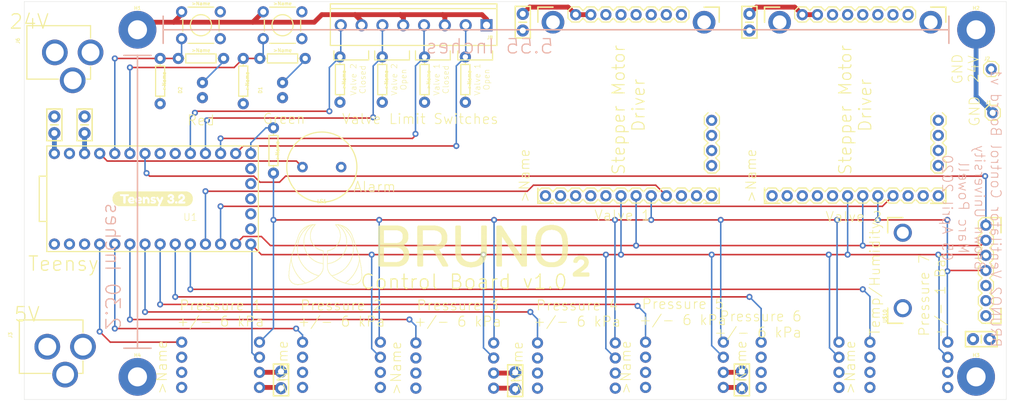
<source format=kicad_pcb>
(kicad_pcb (version 20171130) (host pcbnew "(5.1.5)-3")
  (layers (0 Top signal) (31 Bottom signal) (34 B.Paste user) (35 F.Paste user) (36 B.SilkS user) (37 F.SilkS user) (38 B.Mask user) (39 F.Mask user) (44 Edge.Cuts user))
  (net 0 "")
  (net 1 5V)
  (net 2 GND)
  (net 3 3.3V)
  (net 4 "Net-(U1-PadA14/DAC)")
  (net 5 /BUZZER)
  (net 6 /LED_RED)
  (net 7 /LED_GREEN)
  (net 8 /CS_BME280)
  (net 9 "Net-(U1-Pad19)")
  (net 10 "Net-(U1-Pad18)")
  (net 11 /VALVE2_C)
  (net 12 /VALVE2_O)
  (net 13 /VALVE1_C)
  (net 14 /VALVE1_O)
  (net 15 "Net-(R9-PadP$1)")
  (net 16 /MISO)
  (net 17 /MOSI)
  (net 18 /CS_M2)
  (net 19 /CS_M1)
  (net 20 /CS_PS7)
  (net 21 /CS_PS6)
  (net 22 /CS_PS5)
  (net 23 /CS_PS4)
  (net 24 /CS_PS3)
  (net 25 /CS_PS2)
  (net 26 /CS_PS1)
  (net 27 "Net-(U1-Pad1)")
  (net 28 "Net-(U1-Pad0)")
  (net 29 VIN)
  (net 30 /GND_24)
  (net 31 "Net-(U$1-Pad20)")
  (net 32 "Net-(U$1-Pad19)")
  (net 33 "Net-(U$1-Pad18)")
  (net 34 "Net-(U$1-Pad17)")
  (net 35 "Net-(U$1-Pad16)")
  (net 36 "Net-(U$1-Pad15)")
  (net 37 "Net-(U$1-Pad14)")
  (net 38 "Net-(U$1-Pad13)")
  (net 39 "Net-(U$1-Pad1)")
  (net 40 "Net-(U$1-Pad4)")
  (net 41 "Net-(U$1-Pad5)")
  (net 42 /SCK)
  (net 43 "Net-(U$1-Pad11)")
  (net 44 "Net-(U$1-Pad12)")
  (net 45 "Net-(D1-PadK)")
  (net 46 "Net-(D2-PadK)")
  (net 47 "Net-(U$2-Pad20)")
  (net 48 "Net-(U$2-Pad19)")
  (net 49 "Net-(U$2-Pad18)")
  (net 50 "Net-(U$2-Pad17)")
  (net 51 "Net-(U$2-Pad16)")
  (net 52 "Net-(U$2-Pad15)")
  (net 53 "Net-(U$2-Pad14)")
  (net 54 "Net-(U$2-Pad13)")
  (net 55 "Net-(U$2-Pad1)")
  (net 56 "Net-(U$2-Pad4)")
  (net 57 "Net-(U$2-Pad5)")
  (net 58 "Net-(U$2-Pad11)")
  (net 59 "Net-(U$2-Pad12)")
  (net 60 "Net-(U$10-PadMOUNT1)")
  (net 61 "Net-(U$10-PadMOUNT2)")
  (net 62 "Net-(U$10-Pad2)")
  (module BrunO2_ControlBoard_v1:LED_5MM-KIT-NO-SILK (layer Top) (at 109.3951 86.4236 90)
    (fp_text reference D1 (at 0 -3.3909 90) (layer F.SilkS) (effects (font (size 0.57912 0.57912) (thickness 0.115824)) (justify bottom)))
    (fp_text value GREEN)
    (pad K thru_hole circle (at 1.27 0 90) (size 1.8796 1.8796) (drill 0.8128) (layers *.Cu *.Mask) (net 45 "Net-(D1-PadK)"))
    (pad A thru_hole circle (at -1.27 0 90) (size 1.8796 1.8796) (drill 0.8128) (layers *.Cu *.Mask) (net 3 3.3V))
  )
  (module BrunO2_ControlBoard_v1:LED_5MM-KIT-NO-SILK (layer Top) (at 95.9331 86.4236 90)
    (fp_text reference D2 (at 0 -3.3909 90) (layer F.SilkS) (effects (font (size 0.57912 0.57912) (thickness 0.115824)) (justify bottom)))
    (fp_text value RED)
    (pad K thru_hole circle (at 1.27 0 90) (size 1.8796 1.8796) (drill 0.8128) (layers *.Cu *.Mask) (net 46 "Net-(D2-PadK)"))
    (pad A thru_hole circle (at -1.27 0 90) (size 1.8796 1.8796) (drill 0.8128) (layers *.Cu *.Mask) (net 3 3.3V))
  )
  (module BrunO2_ControlBoard_v1:POWER_JACK_PTH (layer Top) (at 62.1511 129.6036 270)
    (fp_text reference J3 (at -1.3716 -1.8288 90) (layer F.SilkS) (effects (font (size 0.57912 0.57912) (thickness 0.115824)) (justify left bottom)))
    (fp_text value POWER_JACK)
    (pad GNDBREAK thru_hole circle (at 4.7 -10.7) (size 4.318 4.318) (drill 2.9972) (layers *.Cu *.Mask) (net 2 GND))
    (pad GND thru_hole circle (at 0 -7.7 270) (size 4.318 4.318) (drill 2.9972) (layers *.Cu *.Mask) (net 2 GND))
    (pad PWR thru_hole circle (at 0 -13.7 270) (size 4.318 4.318) (drill 2.9972) (layers *.Cu *.Mask) (net 1 5V))
  )
  (module BrunO2_ControlBoard_v1:BUZZER-12MM (layer Top) (at 115.9991 99.3776 180)
    (fp_text reference LS1 (at 0 -6.096) (layer F.SilkS) (effects (font (size 0.57912 0.57912) (thickness 0.115824)) (justify bottom)))
    (fp_text value BUZZER-PTH)
    (pad + thru_hole circle (at 3.25 0 180) (size 1.778 1.778) (drill 0.9) (layers *.Cu *.Mask) (net 5 /BUZZER))
    (pad - thru_hole circle (at -3.25 0 180) (size 1.778 1.778) (drill 0.9) (layers *.Cu *.Mask) (net 2 GND))
  )
  (module BrunO2_ControlBoard_v1:AXIAL-0.3 (layer Top) (at 109.3951 81.0896)
    (fp_text reference R1 hide)
    (fp_text value 470 hide)
    (fp_text user >Name (at 0 -1.016) (layer F.SilkS) (effects (font (size 0.57912 0.57912) (thickness 0.12192)) (justify bottom)))
    (pad P$2 thru_hole circle (at 3.81 0) (size 1.8796 1.8796) (drill 0.9) (layers *.Cu *.Mask) (net 45 "Net-(D1-PadK)"))
    (pad P$1 thru_hole circle (at -3.81 0) (size 1.8796 1.8796) (drill 0.9) (layers *.Cu *.Mask) (net 7 /LED_GREEN))
  )
  (module BrunO2_ControlBoard_v1:AXIAL-0.3 (layer Top) (at 95.6791 81.0896)
    (fp_text reference R2 hide)
    (fp_text value 470 hide)
    (fp_text user >Name (at 0 -1.016) (layer F.SilkS) (effects (font (size 0.57912 0.57912) (thickness 0.12192)) (justify bottom)))
    (pad P$2 thru_hole circle (at 3.81 0) (size 1.8796 1.8796) (drill 0.9) (layers *.Cu *.Mask) (net 46 "Net-(D2-PadK)"))
    (pad P$1 thru_hole circle (at -3.81 0) (size 1.8796 1.8796) (drill 0.9) (layers *.Cu *.Mask) (net 6 /LED_RED))
  )
  (module BrunO2_ControlBoard_v1:AXIAL-0.3 (layer Top) (at 102.7911 84.8996 270)
    (fp_text reference R3 hide)
    (fp_text value 4.7k hide)
    (fp_text user >Name (at 0 -1.016 270) (layer F.SilkS) (effects (font (size 0.57912 0.57912) (thickness 0.12192)) (justify bottom)))
    (pad P$2 thru_hole circle (at 3.81 0 270) (size 1.8796 1.8796) (drill 0.9) (layers *.Cu *.Mask) (net 3 3.3V))
    (pad P$1 thru_hole circle (at -3.81 0 270) (size 1.8796 1.8796) (drill 0.9) (layers *.Cu *.Mask) (net 7 /LED_GREEN))
  )
  (module BrunO2_ControlBoard_v1:AXIAL-0.3 (layer Top) (at 88.8211 84.8996 270)
    (fp_text reference R4 hide)
    (fp_text value 4.7k hide)
    (fp_text user >Name (at 0 -1.016 270) (layer F.SilkS) (effects (font (size 0.57912 0.57912) (thickness 0.12192)) (justify bottom)))
    (pad P$2 thru_hole circle (at 3.81 0 270) (size 1.8796 1.8796) (drill 0.9) (layers *.Cu *.Mask) (net 3 3.3V))
    (pad P$1 thru_hole circle (at -3.81 0 270) (size 1.8796 1.8796) (drill 0.9) (layers *.Cu *.Mask) (net 6 /LED_RED))
  )
  (module BrunO2_ControlBoard_v1:AXIAL-0.3 (layer Top) (at 140.1291 84.6456 270)
    (fp_text reference R5 hide)
    (fp_text value 4.7k hide)
    (fp_text user >Name (at 0 -1.016 270) (layer F.SilkS) (effects (font (size 0.57912 0.57912) (thickness 0.12192)) (justify bottom)))
    (pad P$2 thru_hole circle (at 3.81 0 270) (size 1.8796 1.8796) (drill 0.9) (layers *.Cu *.Mask) (net 3 3.3V))
    (pad P$1 thru_hole circle (at -3.81 0 270) (size 1.8796 1.8796) (drill 0.9) (layers *.Cu *.Mask) (net 14 /VALVE1_O))
  )
  (module BrunO2_ControlBoard_v1:AXIAL-0.3 (layer Top) (at 133.2711 84.6456 270)
    (fp_text reference R6 hide)
    (fp_text value 4.7k hide)
    (fp_text user >Name (at 0 -1.016 270) (layer F.SilkS) (effects (font (size 0.57912 0.57912) (thickness 0.12192)) (justify bottom)))
    (pad P$2 thru_hole circle (at 3.81 0 270) (size 1.8796 1.8796) (drill 0.9) (layers *.Cu *.Mask) (net 3 3.3V))
    (pad P$1 thru_hole circle (at -3.81 0 270) (size 1.8796 1.8796) (drill 0.9) (layers *.Cu *.Mask) (net 13 /VALVE1_C))
  )
  (module BrunO2_ControlBoard_v1:AXIAL-0.3 (layer Top) (at 126.1591 84.6456 270)
    (fp_text reference R7 hide)
    (fp_text value 4.7k hide)
    (fp_text user >Name (at 0 -1.016 270) (layer F.SilkS) (effects (font (size 0.57912 0.57912) (thickness 0.12192)) (justify bottom)))
    (pad P$2 thru_hole circle (at 3.81 0 270) (size 1.8796 1.8796) (drill 0.9) (layers *.Cu *.Mask) (net 3 3.3V))
    (pad P$1 thru_hole circle (at -3.81 0 270) (size 1.8796 1.8796) (drill 0.9) (layers *.Cu *.Mask) (net 12 /VALVE2_O))
  )
  (module BrunO2_ControlBoard_v1:AXIAL-0.3 (layer Top) (at 119.0471 84.6456 270)
    (fp_text reference R8 hide)
    (fp_text value 4.7k hide)
    (fp_text user >Name (at 0 -1.016 270) (layer F.SilkS) (effects (font (size 0.57912 0.57912) (thickness 0.12192)) (justify bottom)))
    (pad P$2 thru_hole circle (at 3.81 0 270) (size 1.8796 1.8796) (drill 0.9) (layers *.Cu *.Mask) (net 3 3.3V))
    (pad P$1 thru_hole circle (at -3.81 0 270) (size 1.8796 1.8796) (drill 0.9) (layers *.Cu *.Mask) (net 11 /VALVE2_C))
  )
  (module BrunO2_ControlBoard_v1:TACTILE_SWITCH_PTH_6.0MM (layer Top) (at 109.3951 75.5016)
    (fp_text reference S1 hide)
    (fp_text value MOMENTARY-SWITCH-SPST-PTH-6.0MM hide)
    (fp_text user >Name (at 0 -3.302) (layer F.SilkS) (effects (font (size 0.57912 0.57912) (thickness 0.12192)) (justify bottom)))
    (pad 4 thru_hole circle (at 3.2512 2.2606) (size 1.8796 1.8796) (drill 1.016) (layers *.Cu *.Mask))
    (pad 3 thru_hole circle (at -3.2512 2.2606) (size 1.8796 1.8796) (drill 1.016) (layers *.Cu *.Mask) (net 7 /LED_GREEN))
    (pad 2 thru_hole circle (at 3.2512 -2.2606) (size 1.8796 1.8796) (drill 1.016) (layers *.Cu *.Mask))
    (pad 1 thru_hole circle (at -3.2512 -2.2606) (size 1.8796 1.8796) (drill 1.016) (layers *.Cu *.Mask) (net 2 GND))
  )
  (module BrunO2_ControlBoard_v1:TACTILE_SWITCH_PTH_6.0MM (layer Top) (at 95.6791 75.5016)
    (fp_text reference S2 hide)
    (fp_text value MOMENTARY-SWITCH-SPST-PTH-6.0MM hide)
    (fp_text user >Name (at 0 -3.302) (layer F.SilkS) (effects (font (size 0.57912 0.57912) (thickness 0.12192)) (justify bottom)))
    (pad 4 thru_hole circle (at 3.2512 2.2606) (size 1.8796 1.8796) (drill 1.016) (layers *.Cu *.Mask))
    (pad 3 thru_hole circle (at -3.2512 2.2606) (size 1.8796 1.8796) (drill 1.016) (layers *.Cu *.Mask) (net 6 /LED_RED))
    (pad 2 thru_hole circle (at 3.2512 -2.2606) (size 1.8796 1.8796) (drill 1.016) (layers *.Cu *.Mask))
    (pad 1 thru_hole circle (at -3.2512 -2.2606) (size 1.8796 1.8796) (drill 1.016) (layers *.Cu *.Mask) (net 2 GND))
  )
  (module BrunO2_ControlBoard_v1:POLOLU_36V4 (layer Top) (at 167.5611 88.9636 90)
    (fp_text reference U$1 hide)
    (fp_text value POLOLU_36V4-MOUNTED hide)
    (fp_text user >Name (at -16.51 -16.51 90) (layer F.SilkS) (effects (font (size 1.6891 1.6891) (thickness 0.14224)) (justify left bottom)))
    (fp_text user "Stepper Motor \nDriver" (at 0 0 90) (layer F.SilkS) (effects (font (size 2.07518 2.07518) (thickness 0.174752))))
    (pad 24 thru_hole circle (at 15.24 -8.89 270) (size 1.8796 1.8796) (drill 1.016) (layers *.Cu *.Mask) (net 29 VIN))
    (pad 23 thru_hole circle (at 15.24 -6.35 270) (size 1.8796 1.8796) (drill 1.016) (layers *.Cu *.Mask) (net 29 VIN))
    (pad 22 thru_hole circle (at 15.24 -3.81 270) (size 1.8796 1.8796) (drill 1.016) (layers *.Cu *.Mask) (net 30 /GND_24))
    (pad 21 thru_hole circle (at 15.24 -1.27 270) (size 1.8796 1.8796) (drill 1.016) (layers *.Cu *.Mask) (net 30 /GND_24))
    (pad 20 thru_hole circle (at 15.24 1.27 270) (size 1.8796 1.8796) (drill 1.016) (layers *.Cu *.Mask) (net 31 "Net-(U$1-Pad20)"))
    (pad 19 thru_hole circle (at 15.24 3.81 270) (size 1.8796 1.8796) (drill 1.016) (layers *.Cu *.Mask) (net 32 "Net-(U$1-Pad19)"))
    (pad 18 thru_hole circle (at 15.24 6.35 270) (size 1.8796 1.8796) (drill 1.016) (layers *.Cu *.Mask) (net 33 "Net-(U$1-Pad18)"))
    (pad 17 thru_hole circle (at 15.24 8.89 270) (size 1.8796 1.8796) (drill 1.016) (layers *.Cu *.Mask) (net 34 "Net-(U$1-Pad17)"))
    (pad MOUNT_1 thru_hole circle (at 13.97 12.7 90) (size 3.81 3.81) (drill 2.3) (layers *.Cu *.Mask) (net 30 /GND_24))
    (pad MOUNT_2 thru_hole circle (at 13.97 -12.7 90) (size 3.81 3.81) (drill 2.3) (layers *.Cu *.Mask) (net 30 /GND_24))
    (pad 16 thru_hole circle (at -2.54 13.97 180) (size 1.8796 1.8796) (drill 1.016) (layers *.Cu *.Mask) (net 35 "Net-(U$1-Pad16)"))
    (pad 15 thru_hole circle (at -5.08 13.97 180) (size 1.8796 1.8796) (drill 1.016) (layers *.Cu *.Mask) (net 36 "Net-(U$1-Pad15)"))
    (pad 14 thru_hole circle (at -7.62 13.97 180) (size 1.8796 1.8796) (drill 1.016) (layers *.Cu *.Mask) (net 37 "Net-(U$1-Pad14)"))
    (pad 13 thru_hole circle (at -10.16 13.97 180) (size 1.8796 1.8796) (drill 1.016) (layers *.Cu *.Mask) (net 38 "Net-(U$1-Pad13)"))
    (pad 1 thru_hole circle (at -15.24 -13.97 270) (size 1.8796 1.8796) (drill 1.016) (layers *.Cu *.Mask) (net 39 "Net-(U$1-Pad1)"))
    (pad 2 thru_hole circle (at -15.24 -11.43 270) (size 1.8796 1.8796) (drill 1.016) (layers *.Cu *.Mask) (net 3 3.3V))
    (pad 3 thru_hole circle (at -15.24 -8.89 270) (size 1.8796 1.8796) (drill 1.016) (layers *.Cu *.Mask) (net 2 GND))
    (pad 4 thru_hole circle (at -15.24 -6.35 270) (size 1.8796 1.8796) (drill 1.016) (layers *.Cu *.Mask) (net 40 "Net-(U$1-Pad4)"))
    (pad 5 thru_hole circle (at -15.24 -3.81 270) (size 1.8796 1.8796) (drill 1.016) (layers *.Cu *.Mask) (net 41 "Net-(U$1-Pad5)"))
    (pad 6 thru_hole circle (at -15.24 -1.27 270) (size 1.8796 1.8796) (drill 1.016) (layers *.Cu *.Mask) (net 16 /MISO))
    (pad 7 thru_hole circle (at -15.24 1.27 270) (size 1.8796 1.8796) (drill 1.016) (layers *.Cu *.Mask) (net 17 /MOSI))
    (pad 8 thru_hole circle (at -15.24 3.81 270) (size 1.8796 1.8796) (drill 1.016) (layers *.Cu *.Mask) (net 42 /SCK))
    (pad 9 thru_hole circle (at -15.24 6.35 270) (size 1.8796 1.8796) (drill 1.016) (layers *.Cu *.Mask) (net 19 /CS_M1))
    (pad 10 thru_hole circle (at -15.24 8.89 270) (size 1.8796 1.8796) (drill 1.016) (layers *.Cu *.Mask) (net 3 3.3V))
    (pad 11 thru_hole circle (at -15.24 11.43 270) (size 1.8796 1.8796) (drill 1.016) (layers *.Cu *.Mask) (net 43 "Net-(U$1-Pad11)"))
    (pad 12 thru_hole circle (at -15.24 13.97 270) (size 1.8796 1.8796) (drill 1.016) (layers *.Cu *.Mask) (net 44 "Net-(U$1-Pad12)"))
  )
  (module BrunO2_ControlBoard_v1:POLOLU_36V4 (layer Top) (at 205.6611 88.9636 90)
    (fp_text reference U$2 hide)
    (fp_text value POLOLU_36V4-MOUNTED hide)
    (fp_text user >Name (at -16.51 -16.51 90) (layer F.SilkS) (effects (font (size 1.6891 1.6891) (thickness 0.14224)) (justify left bottom)))
    (fp_text user "Stepper Motor \nDriver" (at 0 0 90) (layer F.SilkS) (effects (font (size 2.07518 2.07518) (thickness 0.174752))))
    (pad 24 thru_hole circle (at 15.24 -8.89 270) (size 1.8796 1.8796) (drill 1.016) (layers *.Cu *.Mask) (net 29 VIN))
    (pad 23 thru_hole circle (at 15.24 -6.35 270) (size 1.8796 1.8796) (drill 1.016) (layers *.Cu *.Mask) (net 29 VIN))
    (pad 22 thru_hole circle (at 15.24 -3.81 270) (size 1.8796 1.8796) (drill 1.016) (layers *.Cu *.Mask) (net 30 /GND_24))
    (pad 21 thru_hole circle (at 15.24 -1.27 270) (size 1.8796 1.8796) (drill 1.016) (layers *.Cu *.Mask) (net 30 /GND_24))
    (pad 20 thru_hole circle (at 15.24 1.27 270) (size 1.8796 1.8796) (drill 1.016) (layers *.Cu *.Mask) (net 47 "Net-(U$2-Pad20)"))
    (pad 19 thru_hole circle (at 15.24 3.81 270) (size 1.8796 1.8796) (drill 1.016) (layers *.Cu *.Mask) (net 48 "Net-(U$2-Pad19)"))
    (pad 18 thru_hole circle (at 15.24 6.35 270) (size 1.8796 1.8796) (drill 1.016) (layers *.Cu *.Mask) (net 49 "Net-(U$2-Pad18)"))
    (pad 17 thru_hole circle (at 15.24 8.89 270) (size 1.8796 1.8796) (drill 1.016) (layers *.Cu *.Mask) (net 50 "Net-(U$2-Pad17)"))
    (pad MOUNT_1 thru_hole circle (at 13.97 12.7 90) (size 3.81 3.81) (drill 2.3) (layers *.Cu *.Mask) (net 30 /GND_24))
    (pad MOUNT_2 thru_hole circle (at 13.97 -12.7 90) (size 3.81 3.81) (drill 2.3) (layers *.Cu *.Mask) (net 30 /GND_24))
    (pad 16 thru_hole circle (at -2.54 13.97 180) (size 1.8796 1.8796) (drill 1.016) (layers *.Cu *.Mask) (net 51 "Net-(U$2-Pad16)"))
    (pad 15 thru_hole circle (at -5.08 13.97 180) (size 1.8796 1.8796) (drill 1.016) (layers *.Cu *.Mask) (net 52 "Net-(U$2-Pad15)"))
    (pad 14 thru_hole circle (at -7.62 13.97 180) (size 1.8796 1.8796) (drill 1.016) (layers *.Cu *.Mask) (net 53 "Net-(U$2-Pad14)"))
    (pad 13 thru_hole circle (at -10.16 13.97 180) (size 1.8796 1.8796) (drill 1.016) (layers *.Cu *.Mask) (net 54 "Net-(U$2-Pad13)"))
    (pad 1 thru_hole circle (at -15.24 -13.97 270) (size 1.8796 1.8796) (drill 1.016) (layers *.Cu *.Mask) (net 55 "Net-(U$2-Pad1)"))
    (pad 2 thru_hole circle (at -15.24 -11.43 270) (size 1.8796 1.8796) (drill 1.016) (layers *.Cu *.Mask) (net 3 3.3V))
    (pad 3 thru_hole circle (at -15.24 -8.89 270) (size 1.8796 1.8796) (drill 1.016) (layers *.Cu *.Mask) (net 2 GND))
    (pad 4 thru_hole circle (at -15.24 -6.35 270) (size 1.8796 1.8796) (drill 1.016) (layers *.Cu *.Mask) (net 56 "Net-(U$2-Pad4)"))
    (pad 5 thru_hole circle (at -15.24 -3.81 270) (size 1.8796 1.8796) (drill 1.016) (layers *.Cu *.Mask) (net 57 "Net-(U$2-Pad5)"))
    (pad 6 thru_hole circle (at -15.24 -1.27 270) (size 1.8796 1.8796) (drill 1.016) (layers *.Cu *.Mask) (net 16 /MISO))
    (pad 7 thru_hole circle (at -15.24 1.27 270) (size 1.8796 1.8796) (drill 1.016) (layers *.Cu *.Mask) (net 17 /MOSI))
    (pad 8 thru_hole circle (at -15.24 3.81 270) (size 1.8796 1.8796) (drill 1.016) (layers *.Cu *.Mask) (net 42 /SCK))
    (pad 9 thru_hole circle (at -15.24 6.35 270) (size 1.8796 1.8796) (drill 1.016) (layers *.Cu *.Mask) (net 18 /CS_M2))
    (pad 10 thru_hole circle (at -15.24 8.89 270) (size 1.8796 1.8796) (drill 1.016) (layers *.Cu *.Mask) (net 3 3.3V))
    (pad 11 thru_hole circle (at -15.24 11.43 270) (size 1.8796 1.8796) (drill 1.016) (layers *.Cu *.Mask) (net 58 "Net-(U$2-Pad11)"))
    (pad 12 thru_hole circle (at -15.24 13.97 270) (size 1.8796 1.8796) (drill 1.016) (layers *.Cu *.Mask) (net 59 "Net-(U$2-Pad12)"))
  )
  (module BrunO2_ControlBoard_v1:HSC_PRESSURE_DIP (layer Top) (at 98.9811 132.6516 90)
    (fp_text reference U$3 hide)
    (fp_text value HSC_PRESSURE_SPI-HSCMRRN060MDSA3 hide)
    (fp_text user "" (at -4.318 1.27 -90) (layer B.SilkS) (effects (font (size 0.9652 0.9652) (thickness 0.08128)) (justify left bottom mirror)))
    (fp_text user "" (at -4.318 -2.54 -90) (layer B.SilkS) (effects (font (size 0.9652 0.9652) (thickness 0.08128)) (justify left bottom mirror)))
    (fp_text user "" (at -4.3 2.1 90) (layer F.SilkS) (effects (font (size 0.9652 0.9652) (thickness 0.08128)) (justify left bottom)))
    (fp_text user "" (at -4.3 -1.4 90) (layer F.SilkS) (effects (font (size 0.9652 0.9652) (thickness 0.08128)) (justify left bottom)))
    (fp_text user >Name (at -5.08 -8.89 90) (layer F.SilkS) (effects (font (size 1.6891 1.6891) (thickness 0.14224)) (justify left bottom)))
    (pad 1 thru_hole circle (at -3.81 6.5405 90) (size 1.8796 1.8796) (drill 1.016) (layers *.Cu *.Mask) (net 2 GND))
    (pad 2 thru_hole circle (at -1.27 6.5405 90) (size 1.8796 1.8796) (drill 1.016) (layers *.Cu *.Mask) (net 3 3.3V))
    (pad 3 thru_hole circle (at 1.27 6.5405 90) (size 1.8796 1.8796) (drill 1.016) (layers *.Cu *.Mask) (net 16 /MISO))
    (pad 4 thru_hole circle (at 3.81 6.5405 90) (size 1.8796 1.8796) (drill 1.016) (layers *.Cu *.Mask) (net 42 /SCK))
    (pad 5 thru_hole circle (at 3.81 -6.5405 90) (size 1.8796 1.8796) (drill 1.016) (layers *.Cu *.Mask) (net 26 /CS_PS1))
    (pad 6 thru_hole circle (at 1.27 -6.5405 90) (size 1.8796 1.8796) (drill 1.016) (layers *.Cu *.Mask))
    (pad 8 thru_hole circle (at -3.81 -6.5405 90) (size 1.8796 1.8796) (drill 1.016) (layers *.Cu *.Mask))
    (pad 7 thru_hole circle (at -1.27 -6.5405 90) (size 1.8796 1.8796) (drill 1.016) (layers *.Cu *.Mask))
  )
  (module BrunO2_ControlBoard_v1:HSC_PRESSURE_DIP (layer Top) (at 119.3011 132.6516 90)
    (fp_text reference U$4 hide)
    (fp_text value HSC_PRESSURE_SPI-HSCMRRN060MDSA3 hide)
    (fp_text user "" (at -4.318 1.27 -90) (layer B.SilkS) (effects (font (size 0.9652 0.9652) (thickness 0.08128)) (justify left bottom mirror)))
    (fp_text user "" (at -4.318 -2.54 -90) (layer B.SilkS) (effects (font (size 0.9652 0.9652) (thickness 0.08128)) (justify left bottom mirror)))
    (fp_text user "" (at -4.3 2.1 90) (layer F.SilkS) (effects (font (size 0.9652 0.9652) (thickness 0.08128)) (justify left bottom)))
    (fp_text user "" (at -4.3 -1.4 90) (layer F.SilkS) (effects (font (size 0.9652 0.9652) (thickness 0.08128)) (justify left bottom)))
    (fp_text user >Name (at -5.08 -8.89 90) (layer F.SilkS) (effects (font (size 1.6891 1.6891) (thickness 0.14224)) (justify left bottom)))
    (pad 1 thru_hole circle (at -3.81 6.5405 90) (size 1.8796 1.8796) (drill 1.016) (layers *.Cu *.Mask) (net 2 GND))
    (pad 2 thru_hole circle (at -1.27 6.5405 90) (size 1.8796 1.8796) (drill 1.016) (layers *.Cu *.Mask) (net 3 3.3V))
    (pad 3 thru_hole circle (at 1.27 6.5405 90) (size 1.8796 1.8796) (drill 1.016) (layers *.Cu *.Mask) (net 16 /MISO))
    (pad 4 thru_hole circle (at 3.81 6.5405 90) (size 1.8796 1.8796) (drill 1.016) (layers *.Cu *.Mask) (net 42 /SCK))
    (pad 5 thru_hole circle (at 3.81 -6.5405 90) (size 1.8796 1.8796) (drill 1.016) (layers *.Cu *.Mask) (net 25 /CS_PS2))
    (pad 6 thru_hole circle (at 1.27 -6.5405 90) (size 1.8796 1.8796) (drill 1.016) (layers *.Cu *.Mask))
    (pad 8 thru_hole circle (at -3.81 -6.5405 90) (size 1.8796 1.8796) (drill 1.016) (layers *.Cu *.Mask))
    (pad 7 thru_hole circle (at -1.27 -6.5405 90) (size 1.8796 1.8796) (drill 1.016) (layers *.Cu *.Mask))
  )
  (module BrunO2_ControlBoard_v1:HSC_PRESSURE_DIP (layer Top) (at 138.3511 132.7786 90)
    (fp_text reference U$5 hide)
    (fp_text value HSC_PRESSURE_SPI-HSCMRRN060MDSA3 hide)
    (fp_text user "" (at -4.318 1.27 -90) (layer B.SilkS) (effects (font (size 0.9652 0.9652) (thickness 0.08128)) (justify left bottom mirror)))
    (fp_text user "" (at -4.318 -2.54 -90) (layer B.SilkS) (effects (font (size 0.9652 0.9652) (thickness 0.08128)) (justify left bottom mirror)))
    (fp_text user "" (at -4.3 2.1 90) (layer F.SilkS) (effects (font (size 0.9652 0.9652) (thickness 0.08128)) (justify left bottom)))
    (fp_text user "" (at -4.3 -1.4 90) (layer F.SilkS) (effects (font (size 0.9652 0.9652) (thickness 0.08128)) (justify left bottom)))
    (fp_text user >Name (at -5.08 -8.89 90) (layer F.SilkS) (effects (font (size 1.6891 1.6891) (thickness 0.14224)) (justify left bottom)))
    (pad 1 thru_hole circle (at -3.81 6.5405 90) (size 1.8796 1.8796) (drill 1.016) (layers *.Cu *.Mask) (net 2 GND))
    (pad 2 thru_hole circle (at -1.27 6.5405 90) (size 1.8796 1.8796) (drill 1.016) (layers *.Cu *.Mask) (net 3 3.3V))
    (pad 3 thru_hole circle (at 1.27 6.5405 90) (size 1.8796 1.8796) (drill 1.016) (layers *.Cu *.Mask) (net 16 /MISO))
    (pad 4 thru_hole circle (at 3.81 6.5405 90) (size 1.8796 1.8796) (drill 1.016) (layers *.Cu *.Mask) (net 42 /SCK))
    (pad 5 thru_hole circle (at 3.81 -6.5405 90) (size 1.8796 1.8796) (drill 1.016) (layers *.Cu *.Mask) (net 24 /CS_PS3))
    (pad 6 thru_hole circle (at 1.27 -6.5405 90) (size 1.8796 1.8796) (drill 1.016) (layers *.Cu *.Mask))
    (pad 8 thru_hole circle (at -3.81 -6.5405 90) (size 1.8796 1.8796) (drill 1.016) (layers *.Cu *.Mask))
    (pad 7 thru_hole circle (at -1.27 -6.5405 90) (size 1.8796 1.8796) (drill 1.016) (layers *.Cu *.Mask))
  )
  (module BrunO2_ControlBoard_v1:HSC_PRESSURE_DIP (layer Top) (at 158.7981 132.7786 90)
    (fp_text reference U$6 hide)
    (fp_text value HSC_PRESSURE_SPI-HSCMRRN060MDSA3 hide)
    (fp_text user "" (at -4.318 1.27 -90) (layer B.SilkS) (effects (font (size 0.9652 0.9652) (thickness 0.08128)) (justify left bottom mirror)))
    (fp_text user "" (at -4.318 -2.54 -90) (layer B.SilkS) (effects (font (size 0.9652 0.9652) (thickness 0.08128)) (justify left bottom mirror)))
    (fp_text user "" (at -4.3 2.1 90) (layer F.SilkS) (effects (font (size 0.9652 0.9652) (thickness 0.08128)) (justify left bottom)))
    (fp_text user "" (at -4.3 -1.4 90) (layer F.SilkS) (effects (font (size 0.9652 0.9652) (thickness 0.08128)) (justify left bottom)))
    (fp_text user >Name (at -5.08 -8.89 90) (layer F.SilkS) (effects (font (size 1.6891 1.6891) (thickness 0.14224)) (justify left bottom)))
    (pad 1 thru_hole circle (at -3.81 6.5405 90) (size 1.8796 1.8796) (drill 1.016) (layers *.Cu *.Mask) (net 2 GND))
    (pad 2 thru_hole circle (at -1.27 6.5405 90) (size 1.8796 1.8796) (drill 1.016) (layers *.Cu *.Mask) (net 3 3.3V))
    (pad 3 thru_hole circle (at 1.27 6.5405 90) (size 1.8796 1.8796) (drill 1.016) (layers *.Cu *.Mask) (net 16 /MISO))
    (pad 4 thru_hole circle (at 3.81 6.5405 90) (size 1.8796 1.8796) (drill 1.016) (layers *.Cu *.Mask) (net 42 /SCK))
    (pad 5 thru_hole circle (at 3.81 -6.5405 90) (size 1.8796 1.8796) (drill 1.016) (layers *.Cu *.Mask) (net 23 /CS_PS4))
    (pad 6 thru_hole circle (at 1.27 -6.5405 90) (size 1.8796 1.8796) (drill 1.016) (layers *.Cu *.Mask))
    (pad 8 thru_hole circle (at -3.81 -6.5405 90) (size 1.8796 1.8796) (drill 1.016) (layers *.Cu *.Mask))
    (pad 7 thru_hole circle (at -1.27 -6.5405 90) (size 1.8796 1.8796) (drill 1.016) (layers *.Cu *.Mask))
  )
  (module BrunO2_ControlBoard_v1:HSC_PRESSURE_DIP (layer Top) (at 176.9591 132.6516 90)
    (fp_text reference U$7 hide)
    (fp_text value HSC_PRESSURE_SPI-HSCMRRN060MDSA3 hide)
    (fp_text user "" (at -4.318 1.27 -90) (layer B.SilkS) (effects (font (size 0.9652 0.9652) (thickness 0.08128)) (justify left bottom mirror)))
    (fp_text user "" (at -4.318 -2.54 -90) (layer B.SilkS) (effects (font (size 0.9652 0.9652) (thickness 0.08128)) (justify left bottom mirror)))
    (fp_text user "" (at -4.3 2.1 90) (layer F.SilkS) (effects (font (size 0.9652 0.9652) (thickness 0.08128)) (justify left bottom)))
    (fp_text user "" (at -4.3 -1.4 90) (layer F.SilkS) (effects (font (size 0.9652 0.9652) (thickness 0.08128)) (justify left bottom)))
    (fp_text user >Name (at -5.08 -8.89 90) (layer F.SilkS) (effects (font (size 1.6891 1.6891) (thickness 0.14224)) (justify left bottom)))
    (pad 1 thru_hole circle (at -3.81 6.5405 90) (size 1.8796 1.8796) (drill 1.016) (layers *.Cu *.Mask) (net 2 GND))
    (pad 2 thru_hole circle (at -1.27 6.5405 90) (size 1.8796 1.8796) (drill 1.016) (layers *.Cu *.Mask) (net 3 3.3V))
    (pad 3 thru_hole circle (at 1.27 6.5405 90) (size 1.8796 1.8796) (drill 1.016) (layers *.Cu *.Mask) (net 16 /MISO))
    (pad 4 thru_hole circle (at 3.81 6.5405 90) (size 1.8796 1.8796) (drill 1.016) (layers *.Cu *.Mask) (net 42 /SCK))
    (pad 5 thru_hole circle (at 3.81 -6.5405 90) (size 1.8796 1.8796) (drill 1.016) (layers *.Cu *.Mask) (net 22 /CS_PS5))
    (pad 6 thru_hole circle (at 1.27 -6.5405 90) (size 1.8796 1.8796) (drill 1.016) (layers *.Cu *.Mask))
    (pad 8 thru_hole circle (at -3.81 -6.5405 90) (size 1.8796 1.8796) (drill 1.016) (layers *.Cu *.Mask))
    (pad 7 thru_hole circle (at -1.27 -6.5405 90) (size 1.8796 1.8796) (drill 1.016) (layers *.Cu *.Mask))
  )
  (module BrunO2_ControlBoard_v1:HSC_PRESSURE_DIP (layer Top) (at 196.3901 132.6516 90)
    (fp_text reference U$8 hide)
    (fp_text value HSC_PRESSURE_SPI-HSCMRRN060MDSA3 hide)
    (fp_text user "" (at -4.318 1.27 -90) (layer B.SilkS) (effects (font (size 0.9652 0.9652) (thickness 0.08128)) (justify left bottom mirror)))
    (fp_text user "" (at -4.318 -2.54 -90) (layer B.SilkS) (effects (font (size 0.9652 0.9652) (thickness 0.08128)) (justify left bottom mirror)))
    (fp_text user "" (at -4.3 2.1 90) (layer F.SilkS) (effects (font (size 0.9652 0.9652) (thickness 0.08128)) (justify left bottom)))
    (fp_text user "" (at -4.3 -1.4 90) (layer F.SilkS) (effects (font (size 0.9652 0.9652) (thickness 0.08128)) (justify left bottom)))
    (fp_text user >Name (at -5.08 -8.89 90) (layer F.SilkS) (effects (font (size 1.6891 1.6891) (thickness 0.14224)) (justify left bottom)))
    (pad 1 thru_hole circle (at -3.81 6.5405 90) (size 1.8796 1.8796) (drill 1.016) (layers *.Cu *.Mask) (net 2 GND))
    (pad 2 thru_hole circle (at -1.27 6.5405 90) (size 1.8796 1.8796) (drill 1.016) (layers *.Cu *.Mask) (net 3 3.3V))
    (pad 3 thru_hole circle (at 1.27 6.5405 90) (size 1.8796 1.8796) (drill 1.016) (layers *.Cu *.Mask) (net 16 /MISO))
    (pad 4 thru_hole circle (at 3.81 6.5405 90) (size 1.8796 1.8796) (drill 1.016) (layers *.Cu *.Mask) (net 42 /SCK))
    (pad 5 thru_hole circle (at 3.81 -6.5405 90) (size 1.8796 1.8796) (drill 1.016) (layers *.Cu *.Mask) (net 21 /CS_PS6))
    (pad 6 thru_hole circle (at 1.27 -6.5405 90) (size 1.8796 1.8796) (drill 1.016) (layers *.Cu *.Mask))
    (pad 8 thru_hole circle (at -3.81 -6.5405 90) (size 1.8796 1.8796) (drill 1.016) (layers *.Cu *.Mask))
    (pad 7 thru_hole circle (at -1.27 -6.5405 90) (size 1.8796 1.8796) (drill 1.016) (layers *.Cu *.Mask))
  )
  (module BrunO2_ControlBoard_v1:HSC_PRESSURE_DIP (layer Top) (at 214.6781 132.6516 90)
    (fp_text reference U$9 hide)
    (fp_text value HSC_PRESSURE_SPI-HSCDRRN001BDSA3 hide)
    (fp_text user "" (at -4.318 1.27 -90) (layer B.SilkS) (effects (font (size 0.9652 0.9652) (thickness 0.08128)) (justify left bottom mirror)))
    (fp_text user "" (at -4.318 -2.54 -90) (layer B.SilkS) (effects (font (size 0.9652 0.9652) (thickness 0.08128)) (justify left bottom mirror)))
    (fp_text user "" (at -4.3 2.1 90) (layer F.SilkS) (effects (font (size 0.9652 0.9652) (thickness 0.08128)) (justify left bottom)))
    (fp_text user "" (at -4.3 -1.4 90) (layer F.SilkS) (effects (font (size 0.9652 0.9652) (thickness 0.08128)) (justify left bottom)))
    (fp_text user >Name (at -5.08 -8.89 90) (layer F.SilkS) (effects (font (size 1.6891 1.6891) (thickness 0.14224)) (justify left bottom)))
    (pad 1 thru_hole circle (at -3.81 6.5405 90) (size 1.8796 1.8796) (drill 1.016) (layers *.Cu *.Mask) (net 2 GND))
    (pad 2 thru_hole circle (at -1.27 6.5405 90) (size 1.8796 1.8796) (drill 1.016) (layers *.Cu *.Mask) (net 3 3.3V))
    (pad 3 thru_hole circle (at 1.27 6.5405 90) (size 1.8796 1.8796) (drill 1.016) (layers *.Cu *.Mask) (net 16 /MISO))
    (pad 4 thru_hole circle (at 3.81 6.5405 90) (size 1.8796 1.8796) (drill 1.016) (layers *.Cu *.Mask) (net 42 /SCK))
    (pad 5 thru_hole circle (at 3.81 -6.5405 90) (size 1.8796 1.8796) (drill 1.016) (layers *.Cu *.Mask) (net 20 /CS_PS7))
    (pad 6 thru_hole circle (at 1.27 -6.5405 90) (size 1.8796 1.8796) (drill 1.016) (layers *.Cu *.Mask))
    (pad 8 thru_hole circle (at -3.81 -6.5405 90) (size 1.8796 1.8796) (drill 1.016) (layers *.Cu *.Mask))
    (pad 7 thru_hole circle (at -1.27 -6.5405 90) (size 1.8796 1.8796) (drill 1.016) (layers *.Cu *.Mask))
  )
  (module BrunO2_ControlBoard_v1:TEENSY_TEENSY-3.2-PTH (layer Top) (at 87.5511 104.7116)
    (fp_text reference U1 (at 5.08 3.81) (layer F.SilkS) (effects (font (size 1.2065 1.2065) (thickness 0.09652)) (justify left bottom)))
    (fp_text value TEENSY-3.2PTH)
    (pad VIN thru_hole circle (at -16.51 -7.62 270) (size 1.8796 1.8796) (drill 1.016) (layers *.Cu *.Mask) (net 1 5V))
    (pad VBAT thru_hole circle (at 16.51 5.08 270) (size 1.8796 1.8796) (drill 1.016) (layers *.Cu *.Mask))
    (pad PROG thru_hole circle (at 16.51 -2.54 270) (size 1.8796 1.8796) (drill 1.016) (layers *.Cu *.Mask))
    (pad GND1 thru_hole circle (at -16.51 7.62 270) (size 1.8796 1.8796) (drill 1.016) (layers *.Cu *.Mask) (net 2 GND))
    (pad GND thru_hole circle (at 16.51 0 270) (size 1.8796 1.8796) (drill 1.016) (layers *.Cu *.Mask) (net 2 GND))
    (pad AGND thru_hole circle (at -13.97 -7.62 270) (size 1.8796 1.8796) (drill 1.016) (layers *.Cu *.Mask) (net 2 GND))
    (pad A14/DAC thru_hole circle (at 16.51 -5.08 270) (size 1.8796 1.8796) (drill 1.016) (layers *.Cu *.Mask) (net 4 "Net-(U1-PadA14/DAC)"))
    (pad 23 thru_hole circle (at -8.89 -7.62 270) (size 1.8796 1.8796) (drill 1.016) (layers *.Cu *.Mask) (net 5 /BUZZER))
    (pad 22 thru_hole circle (at -6.35 -7.62 270) (size 1.8796 1.8796) (drill 1.016) (layers *.Cu *.Mask) (net 6 /LED_RED))
    (pad 21 thru_hole circle (at -3.81 -7.62 270) (size 1.8796 1.8796) (drill 1.016) (layers *.Cu *.Mask) (net 7 /LED_GREEN))
    (pad 20 thru_hole circle (at -1.27 -7.62 270) (size 1.8796 1.8796) (drill 1.016) (layers *.Cu *.Mask) (net 8 /CS_BME280))
    (pad 19 thru_hole circle (at 1.27 -7.62 270) (size 1.8796 1.8796) (drill 1.016) (layers *.Cu *.Mask) (net 9 "Net-(U1-Pad19)"))
    (pad 18 thru_hole circle (at 3.81 -7.62 270) (size 1.8796 1.8796) (drill 1.016) (layers *.Cu *.Mask) (net 10 "Net-(U1-Pad18)"))
    (pad 17 thru_hole circle (at 6.35 -7.62 270) (size 1.8796 1.8796) (drill 1.016) (layers *.Cu *.Mask) (net 11 /VALVE2_C))
    (pad 16 thru_hole circle (at 8.89 -7.62 270) (size 1.8796 1.8796) (drill 1.016) (layers *.Cu *.Mask) (net 12 /VALVE2_O))
    (pad 15 thru_hole circle (at 11.43 -7.62 270) (size 1.8796 1.8796) (drill 1.016) (layers *.Cu *.Mask) (net 13 /VALVE1_C))
    (pad 14 thru_hole circle (at 13.97 -7.62 270) (size 1.8796 1.8796) (drill 1.016) (layers *.Cu *.Mask) (net 14 /VALVE1_O))
    (pad 13 thru_hole circle (at 16.51 -7.62 270) (size 1.8796 1.8796) (drill 1.016) (layers *.Cu *.Mask) (net 15 "Net-(R9-PadP$1)"))
    (pad 12 thru_hole circle (at 16.51 7.62 270) (size 1.8796 1.8796) (drill 1.016) (layers *.Cu *.Mask) (net 16 /MISO))
    (pad 11 thru_hole circle (at 13.97 7.62 270) (size 1.8796 1.8796) (drill 1.016) (layers *.Cu *.Mask) (net 17 /MOSI))
    (pad 10 thru_hole circle (at 11.43 7.62 270) (size 1.8796 1.8796) (drill 1.016) (layers *.Cu *.Mask) (net 18 /CS_M2))
    (pad 9 thru_hole circle (at 8.89 7.62 270) (size 1.8796 1.8796) (drill 1.016) (layers *.Cu *.Mask) (net 19 /CS_M1))
    (pad 8 thru_hole circle (at 6.35 7.62 270) (size 1.8796 1.8796) (drill 1.016) (layers *.Cu *.Mask) (net 20 /CS_PS7))
    (pad 7 thru_hole circle (at 3.81 7.62 270) (size 1.8796 1.8796) (drill 1.016) (layers *.Cu *.Mask) (net 21 /CS_PS6))
    (pad 6 thru_hole circle (at 1.27 7.62 270) (size 1.8796 1.8796) (drill 1.016) (layers *.Cu *.Mask) (net 22 /CS_PS5))
    (pad 5 thru_hole circle (at -1.27 7.62 270) (size 1.8796 1.8796) (drill 1.016) (layers *.Cu *.Mask) (net 23 /CS_PS4))
    (pad 4 thru_hole circle (at -3.81 7.62 270) (size 1.8796 1.8796) (drill 1.016) (layers *.Cu *.Mask) (net 24 /CS_PS3))
    (pad 3.3V-1 thru_hole circle (at -11.43 -7.62 270) (size 1.8796 1.8796) (drill 1.016) (layers *.Cu *.Mask) (net 3 3.3V))
    (pad 3.3V thru_hole circle (at 16.51 2.54 270) (size 1.8796 1.8796) (drill 1.016) (layers *.Cu *.Mask) (net 3 3.3V))
    (pad 3 thru_hole circle (at -6.35 7.62 270) (size 1.8796 1.8796) (drill 1.016) (layers *.Cu *.Mask) (net 25 /CS_PS2))
    (pad 2 thru_hole circle (at -8.89 7.62 270) (size 1.8796 1.8796) (drill 1.016) (layers *.Cu *.Mask) (net 26 /CS_PS1))
    (pad 1 thru_hole circle (at -11.43 7.62 270) (size 1.8796 1.8796) (drill 1.016) (layers *.Cu *.Mask) (net 27 "Net-(U1-Pad1)"))
    (pad 0 thru_hole circle (at -13.97 7.62 270) (size 1.8796 1.8796) (drill 1.016) (layers *.Cu *.Mask) (net 28 "Net-(U1-Pad0)"))
  )
  (module BrunO2_ControlBoard_v1:POWER_JACK_PTH (layer Top) (at 63.4211 80.0736 270)
    (fp_text reference J6 (at -1.3716 -1.8288 90) (layer F.SilkS) (effects (font (size 0.57912 0.57912) (thickness 0.115824)) (justify left bottom)))
    (fp_text value POWER_JACK)
    (pad GNDBREAK thru_hole circle (at 4.7 -10.7) (size 4.318 4.318) (drill 2.9972) (layers *.Cu *.Mask) (net 30 /GND_24))
    (pad GND thru_hole circle (at 0 -7.7 270) (size 4.318 4.318) (drill 2.9972) (layers *.Cu *.Mask) (net 30 /GND_24))
    (pad PWR thru_hole circle (at 0 -13.7 270) (size 4.318 4.318) (drill 2.9972) (layers *.Cu *.Mask) (net 29 VIN))
  )
  (module BrunO2_ControlBoard_v1:AXIAL-0.3 (layer Top) (at 107.8711 96.5836 270)
    (fp_text reference R9 hide)
    (fp_text value 25 hide)
    (fp_text user >Name (at 0 -1.016 270) (layer F.SilkS) (effects (font (size 0.57912 0.57912) (thickness 0.12192)) (justify bottom)))
    (pad P$2 thru_hole circle (at 3.81 0 270) (size 1.8796 1.8796) (drill 0.9) (layers *.Cu *.Mask) (net 42 /SCK))
    (pad P$1 thru_hole circle (at -3.81 0 270) (size 1.8796 1.8796) (drill 0.9) (layers *.Cu *.Mask) (net 15 "Net-(R9-PadP$1)"))
  )
  (module BrunO2_ControlBoard_v1:STANDOFF-ELECTRICAL-NOTHERMALS (layer Top) (at 85.0111 76.2636)
    (fp_text reference H1 (at 0 -3.302) (layer F.SilkS) (effects (font (size 0.57912 0.57912) (thickness 0.115824)) (justify bottom)))
    (fp_text value STANDOFF_ELECTRICAL-NOTHERMALS)
    (pad P1 thru_hole circle (at 0 0) (size 6.35 6.35) (drill 3.2) (layers *.Cu *.Mask) (net 2 GND))
  )
  (module BrunO2_ControlBoard_v1:STANDOFF-ELECTRICAL-NOTHERMALS (layer Top) (at 225.9811 76.2636)
    (fp_text reference H2 (at 0 -3.302) (layer F.SilkS) (effects (font (size 0.57912 0.57912) (thickness 0.115824)) (justify bottom)))
    (fp_text value STANDOFF_ELECTRICAL-NOTHERMALS)
    (pad P1 thru_hole circle (at 0 0) (size 6.35 6.35) (drill 3.2) (layers *.Cu *.Mask) (net 2 GND))
  )
  (module BrunO2_ControlBoard_v1:STANDOFF-ELECTRICAL-NOTHERMALS (layer Top) (at 225.9811 134.6836)
    (fp_text reference H3 (at 0 -3.302) (layer F.SilkS) (effects (font (size 0.57912 0.57912) (thickness 0.115824)) (justify bottom)))
    (fp_text value STANDOFF_ELECTRICAL-NOTHERMALS)
    (pad P1 thru_hole circle (at 0 0) (size 6.35 6.35) (drill 3.2) (layers *.Cu *.Mask) (net 2 GND))
  )
  (module BrunO2_ControlBoard_v1:STANDOFF-ELECTRICAL-NOTHERMALS (layer Top) (at 85.0111 134.6836)
    (fp_text reference H4 (at 0 -3.302) (layer F.SilkS) (effects (font (size 0.57912 0.57912) (thickness 0.115824)) (justify bottom)))
    (fp_text value STANDOFF_ELECTRICAL-NOTHERMALS)
    (pad P1 thru_hole circle (at 0 0) (size 6.35 6.35) (drill 3.2) (layers *.Cu *.Mask) (net 2 GND))
  )
  (module BrunO2_ControlBoard_v1:CAP-PTH-SMALL-KIT (layer Top) (at 71.0411 92.2656 90)
    (fp_text reference C1 hide)
    (fp_text value 0.1uF hide)
    (pad 2 thru_hole circle (at 1.397 0 90) (size 2.032 2.032) (drill 1.016) (layers *.Cu *.Mask) (net 2 GND))
    (pad 1 thru_hole circle (at -1.397 0 90) (size 2.032 2.032) (drill 1.016) (layers *.Cu *.Mask) (net 1 5V))
  )
  (module BrunO2_ControlBoard_v1:CAP-PTH-SMALL-KIT (layer Top) (at 76.1211 92.2656 90)
    (fp_text reference C2 hide)
    (fp_text value 0.1uF hide)
    (pad 2 thru_hole circle (at 1.397 0 90) (size 2.032 2.032) (drill 1.016) (layers *.Cu *.Mask) (net 2 GND))
    (pad 1 thru_hole circle (at -1.397 0 90) (size 2.032 2.032) (drill 1.016) (layers *.Cu *.Mask) (net 3 3.3V))
  )
  (module BrunO2_ControlBoard_v1:CAP-PTH-SMALL-KIT (layer Top) (at 149.7811 74.9936 270)
    (fp_text reference C3 hide)
    (fp_text value "0.1uF 50V" hide)
    (pad 2 thru_hole circle (at 1.397 0 270) (size 2.032 2.032) (drill 1.016) (layers *.Cu *.Mask) (net 30 /GND_24))
    (pad 1 thru_hole circle (at -1.397 0 270) (size 2.032 2.032) (drill 1.016) (layers *.Cu *.Mask) (net 29 VIN))
  )
  (module BrunO2_ControlBoard_v1:CAP-PTH-SMALL-KIT (layer Top) (at 187.8811 74.9936 270)
    (fp_text reference C4 hide)
    (fp_text value "0.1uF 50V" hide)
    (pad 2 thru_hole circle (at 1.397 0 270) (size 2.032 2.032) (drill 1.016) (layers *.Cu *.Mask) (net 30 /GND_24))
    (pad 1 thru_hole circle (at -1.397 0 270) (size 2.032 2.032) (drill 1.016) (layers *.Cu *.Mask) (net 29 VIN))
  )
  (module BrunO2_ControlBoard_v1:CAP-PTH-SMALL-KIT (layer Top) (at 109.1411 135.1916 270)
    (fp_text reference C5 hide)
    (fp_text value 0.1uF hide)
    (pad 2 thru_hole circle (at 1.397 0 270) (size 2.032 2.032) (drill 1.016) (layers *.Cu *.Mask) (net 2 GND))
    (pad 1 thru_hole circle (at -1.397 0 270) (size 2.032 2.032) (drill 1.016) (layers *.Cu *.Mask) (net 3 3.3V))
  )
  (module BrunO2_ControlBoard_v1:CAP-PTH-SMALL-KIT (layer Top) (at 148.5111 135.3186 270)
    (fp_text reference C6 hide)
    (fp_text value 0.1uF hide)
    (pad 2 thru_hole circle (at 1.397 0 270) (size 2.032 2.032) (drill 1.016) (layers *.Cu *.Mask) (net 2 GND))
    (pad 1 thru_hole circle (at -1.397 0 270) (size 2.032 2.032) (drill 1.016) (layers *.Cu *.Mask) (net 3 3.3V))
  )
  (module BrunO2_ControlBoard_v1:CAP-PTH-SMALL-KIT (layer Top) (at 186.6111 135.1916 270)
    (fp_text reference C7 hide)
    (fp_text value 0.1uF hide)
    (pad 2 thru_hole circle (at 1.397 0 270) (size 2.032 2.032) (drill 1.016) (layers *.Cu *.Mask) (net 2 GND))
    (pad 1 thru_hole circle (at -1.397 0 270) (size 2.032 2.032) (drill 1.016) (layers *.Cu *.Mask) (net 3 3.3V))
  )
  (module BrunO2_ControlBoard_v1:CAP-PTH-SMALL-KIT (layer Top) (at 226.8701 128.3336 180)
    (fp_text reference C8 hide)
    (fp_text value 0.1uF hide)
    (pad 2 thru_hole circle (at 1.397 0 180) (size 2.032 2.032) (drill 1.016) (layers *.Cu *.Mask) (net 2 GND))
    (pad 1 thru_hole circle (at -1.397 0 180) (size 2.032 2.032) (drill 1.016) (layers *.Cu *.Mask) (net 3 3.3V))
  )
  (module BrunO2_ControlBoard_v1:SCREWTERMINAL-3.5MM-8 (layer Top) (at 143.6851 75.5016 180)
    (fp_text reference J8 (at 0 -2.413) (layer F.SilkS) (effects (font (size 0.57912 0.57912) (thickness 0.115824)) (justify left bottom)))
    (fp_text value CONN-8-3.5MM_SCREW)
    (pad 8 thru_hole circle (at 24.5 0 180) (size 2.032 2.032) (drill 1.2) (layers *.Cu *.Mask) (net 11 /VALVE2_C))
    (pad 7 thru_hole circle (at 21 0 180) (size 2.032 2.032) (drill 1.2) (layers *.Cu *.Mask) (net 2 GND))
    (pad 6 thru_hole circle (at 17.5 0 180) (size 2.032 2.032) (drill 1.2) (layers *.Cu *.Mask) (net 12 /VALVE2_O))
    (pad 5 thru_hole circle (at 14 0 180) (size 2.032 2.032) (drill 1.2) (layers *.Cu *.Mask) (net 2 GND))
    (pad 4 thru_hole circle (at 10.5 0 180) (size 2.032 2.032) (drill 1.2) (layers *.Cu *.Mask) (net 13 /VALVE1_C))
    (pad 3 thru_hole circle (at 7 0 180) (size 2.032 2.032) (drill 1.2) (layers *.Cu *.Mask) (net 2 GND))
    (pad 2 thru_hole circle (at 3.5 0 180) (size 2.032 2.032) (drill 1.2) (layers *.Cu *.Mask) (net 14 /VALVE1_O))
    (pad 1 thru_hole rect (at 0 0 180) (size 2.032 2.032) (drill 1.2) (layers *.Cu *.Mask) (net 2 GND))
  )
  (module BrunO2_ControlBoard_v1:1X01 (layer Top) (at 228.7751 90.2336)
    (fp_text reference J1 (at -1.27 -1.397) (layer F.SilkS) (effects (font (size 0.57912 0.57912) (thickness 0.115824)) (justify left bottom)))
    (fp_text value CONN_01)
    (pad 1 thru_hole circle (at 0 0 90) (size 1.8796 1.8796) (drill 1.016) (layers *.Cu *.Mask) (net 2 GND))
  )
  (module BrunO2_ControlBoard_v1:1X01 (layer Top) (at 228.5211 82.8676)
    (fp_text reference J2 (at -1.27 -1.397) (layer F.SilkS) (effects (font (size 0.57912 0.57912) (thickness 0.115824)) (justify left bottom)))
    (fp_text value CONN_01)
    (pad 1 thru_hole circle (at 0 0 90) (size 1.8796 1.8796) (drill 1.016) (layers *.Cu *.Mask) (net 30 /GND_24))
  )
  (module BrunO2_ControlBoard_v1:ADAFRUIT_BME280 (layer Top) (at 230.1721 125.6666 90)
    (fp_text reference U$10 (at 0 -19.177 90) (layer F.SilkS) (effects (font (size 0.57912 0.57912) (thickness 0.115824)) (justify left bottom)))
    (fp_text value ADAFRUIT_BME280-BREAKOUT)
    (pad MOUNT1 thru_hole circle (at 2.54 -16.51 90) (size 3.048 3.048) (drill 2.032) (layers *.Cu *.Mask) (net 60 "Net-(U$10-PadMOUNT1)"))
    (pad MOUNT2 thru_hole circle (at 15.24 -16.51 90) (size 3.048 3.048) (drill 2.032) (layers *.Cu *.Mask) (net 61 "Net-(U$10-PadMOUNT2)"))
    (pad 7 thru_hole circle (at 16.51 -2.54 180) (size 1.8796 1.8796) (drill 1.016) (layers *.Cu *.Mask) (net 8 /CS_BME280))
    (pad 6 thru_hole circle (at 13.97 -2.54 180) (size 1.8796 1.8796) (drill 1.016) (layers *.Cu *.Mask) (net 17 /MOSI))
    (pad 5 thru_hole circle (at 11.43 -2.54 180) (size 1.8796 1.8796) (drill 1.016) (layers *.Cu *.Mask) (net 16 /MISO))
    (pad 4 thru_hole circle (at 8.89 -2.54 180) (size 1.8796 1.8796) (drill 1.016) (layers *.Cu *.Mask) (net 42 /SCK))
    (pad 3 thru_hole circle (at 6.35 -2.54 180) (size 1.8796 1.8796) (drill 1.016) (layers *.Cu *.Mask) (net 2 GND))
    (pad 2 thru_hole circle (at 3.81 -2.54 180) (size 1.8796 1.8796) (drill 1.016) (layers *.Cu *.Mask) (net 62 "Net-(U$10-Pad2)"))
    (pad 1 thru_hole circle (at 1.27 -2.54 180) (size 1.8796 1.8796) (drill 1.016) (layers *.Cu *.Mask) (net 3 3.3V))
  )
  (module BrunO2_ControlBoard_v1:BRUNO2_LOGO (layer Top) (at 110.4111 119.1896)
    (fp_text reference U$11 hide)
    (fp_text value LOGO-BRUNO2 hide)
  )
  (gr_line (start 65.9611 138.4936) (end 231.0411 138.4936) (layer Edge.Cuts) (width 0.05))
  (gr_line (start 231.0411 138.4936) (end 231.0411 71.5136) (layer Edge.Cuts) (width 0.05))
  (gr_line (start 231.0411 71.5136) (end 65.9611 71.5136) (layer Edge.Cuts) (width 0.05))
  (gr_line (start 65.9611 71.5136) (end 65.9611 138.4936) (layer Edge.Cuts) (width 0.05))
  (gr_text "Valve Limit Switches" (at 119.3011 92.2656) (layer F.SilkS) (effects (font (size 1.6891 1.6891) (thickness 0.14224)) (justify left bottom)))
  (gr_text "BRUNO2 Ventilator Control Board v1\nBrown University\nMarc Powell\n05 April 2020" (at 225.2191 106.2356 -90) (layer B.SilkS) (effects (font (size 1.6891 1.6891) (thickness 0.14224)) (justify mirror)))
  (gr_text 24V (at 70.2791 73.4696) (layer F.SilkS) (effects (font (size 2.413 2.413) (thickness 0.2032)) (justify right top)))
  (gr_text 5V (at 68.7551 122.7456) (layer F.SilkS) (effects (font (size 2.413 2.413) (thickness 0.2032)) (justify right top)))
  (gr_text Teensy (at 72.5651 115.6336) (layer F.SilkS) (effects (font (size 2.413 2.413) (thickness 0.2032))))
  (gr_text Alarm (at 124.8891 102.6796) (layer F.SilkS) (effects (font (size 1.6891 1.6891) (thickness 0.14224))))
  (gr_text "Pressure 1\n+/- 6 kPa" (at 98.9811 124.0156) (layer F.SilkS) (effects (font (size 1.6891 1.6891) (thickness 0.14224))))
  (gr_text "Pressure 2\n+/- 6 kPa" (at 119.3011 124.0156) (layer F.SilkS) (effects (font (size 1.6891 1.6891) (thickness 0.14224))))
  (gr_text "Pressure 3\n+/- 6 kPa" (at 138.8591 124.0156) (layer F.SilkS) (effects (font (size 1.6891 1.6891) (thickness 0.14224))))
  (gr_text "Pressure 4\n+/- 6 kPa" (at 158.9251 124.0156) (layer F.SilkS) (effects (font (size 1.6891 1.6891) (thickness 0.14224))))
  (gr_text "Pressure 5\n+/- 6 kPa" (at 176.7051 123.7616) (layer F.SilkS) (effects (font (size 1.6891 1.6891) (thickness 0.14224))))
  (gr_text "Pressure 6\n+/- 6 kPa" (at 196.7711 123.5076) (layer F.SilkS) (effects (font (size 1.6891 1.6891) (thickness 0.14224)) (justify right top)))
  (gr_text "Pressure 7\n+/- 1 Bar" (at 218.6151 120.9676 90) (layer F.SilkS) (effects (font (size 1.6891 1.6891) (thickness 0.14224))))
  (gr_text "Valve 1" (at 166.5451 107.5056) (layer F.SilkS) (effects (font (size 1.6891 1.6891) (thickness 0.14224))))
  (gr_text "Valve 2" (at 205.4071 107.7596) (layer F.SilkS) (effects (font (size 1.6891 1.6891) (thickness 0.14224))))
  (gr_text Temp/Humidity (at 208.9631 118.1736 90) (layer F.SilkS) (effects (font (size 1.6891 1.6891) (thickness 0.14224))))
  (gr_line (start 118.0311 79.8196) (end 118.0311 81.3436) (layer F.SilkS) (width 0.2032))
  (gr_line (start 118.0311 81.3436) (end 123.8731 81.3436) (layer F.SilkS) (width 0.2032))
  (gr_line (start 123.8731 81.3436) (end 123.8731 79.8196) (layer F.SilkS) (width 0.2032))
  (gr_line (start 124.8891 79.8196) (end 124.8891 81.3436) (layer F.SilkS) (width 0.2032))
  (gr_line (start 124.8891 81.3436) (end 130.7311 81.3436) (layer F.SilkS) (width 0.2032))
  (gr_line (start 130.7311 81.3436) (end 130.7311 79.8196) (layer F.SilkS) (width 0.2032))
  (gr_line (start 131.7471 79.8196) (end 131.7471 81.3436) (layer F.SilkS) (width 0.2032))
  (gr_line (start 131.7471 81.3436) (end 137.5891 81.3436) (layer F.SilkS) (width 0.2032))
  (gr_line (start 137.5891 81.3436) (end 137.5891 79.8196) (layer F.SilkS) (width 0.2032))
  (gr_line (start 138.8591 79.8196) (end 138.8591 81.3436) (layer F.SilkS) (width 0.2032))
  (gr_line (start 138.8591 81.3436) (end 144.7011 81.3436) (layer F.SilkS) (width 0.2032))
  (gr_line (start 144.7011 81.3436) (end 144.7011 79.8196) (layer F.SilkS) (width 0.2032))
  (gr_text "Valve 2\nClosed" (at 122.0951 84.6456 90) (layer F.SilkS) (effects (font (size 0.9652 0.9652) (thickness 0.08128))))
  (gr_text "Valve 2\nOpen" (at 128.9531 84.6456 90) (layer F.SilkS) (effects (font (size 0.9652 0.9652) (thickness 0.08128))))
  (gr_text "Valve 1\nClosed" (at 136.0651 84.6456 90) (layer F.SilkS) (effects (font (size 0.9652 0.9652) (thickness 0.08128))))
  (gr_text "Valve 1\nOpen" (at 142.9231 84.6456 90) (layer F.SilkS) (effects (font (size 0.9652 0.9652) (thickness 0.08128))))
  (gr_text Red (at 95.6791 91.5036) (layer F.SilkS) (effects (font (size 1.6891 1.6891) (thickness 0.14224))))
  (gr_text Green (at 109.6491 91.2496) (layer F.SilkS) (effects (font (size 1.6891 1.6891) (thickness 0.14224))))
  (gr_text "GND\n24V" (at 224.2031 82.8676 90) (layer F.SilkS) (effects (font (size 1.6891 1.6891) (thickness 0.14224))))
  (gr_text GND (at 225.7271 89.9796 90) (layer F.SilkS) (effects (font (size 1.6891 1.6891) (thickness 0.14224))))
  (gr_line (start 89.3291 76.2636) (end 221.4091 76.2636) (layer B.SilkS) (width 0.254))
  (gr_line (start 221.4091 76.2636) (end 221.4091 73.9776) (layer B.SilkS) (width 0.254))
  (gr_line (start 221.4091 76.2636) (end 221.4091 78.5496) (layer B.SilkS) (width 0.254))
  (gr_line (start 89.3291 76.2636) (end 89.3291 73.9776) (layer B.SilkS) (width 0.254))
  (gr_line (start 89.3291 76.2636) (end 89.3291 78.5496) (layer B.SilkS) (width 0.254))
  (gr_text "5.55 Inches" (at 144.1931 79.0576) (layer B.SilkS) (effects (font (size 2.413 2.413) (thickness 0.2032)) (justify mirror)))
  (gr_line (start 85.0111 129.8576) (end 85.0111 80.5816) (layer B.SilkS) (width 0.254))
  (gr_line (start 85.0111 80.5816) (end 82.7251 80.5816) (layer B.SilkS) (width 0.254))
  (gr_line (start 85.0111 80.5816) (end 87.2971 80.5816) (layer B.SilkS) (width 0.254))
  (gr_line (start 85.0111 129.8576) (end 82.7251 129.8576) (layer B.SilkS) (width 0.254))
  (gr_line (start 85.0111 129.8576) (end 87.2971 129.8576) (layer B.SilkS) (width 0.254))
  (gr_text "2.30 Inches" (at 82.2171 105.2196 -90) (layer B.SilkS) (effects (font (size 2.413 2.413) (thickness 0.2032)) (justify right top mirror)))
  (gr_text "Control Board v1.0" (at 139.8751 118.6816) (layer F.SilkS) (effects (font (size 2.413 2.413) (thickness 0.2032))))
  (segment (start 71.0411 97.0916) (end 71.0411 93.6626) (width 0.8128) (layer Bottom) (net 1))
  (segment (start 105.5216 136.4616) (end 109.0141 136.4616) (width 0.8128) (layer Top) (net 2))
  (segment (start 109.0141 136.4616) (end 109.1411 136.5886) (width 0.8128) (layer Top) (net 2))
  (segment (start 144.8916 136.5886) (end 148.3841 136.5886) (width 0.8128) (layer Top) (net 2))
  (segment (start 148.3841 136.5886) (end 148.5111 136.7156) (width 0.8128) (layer Top) (net 2))
  (segment (start 183.4996 136.4616) (end 186.4841 136.4616) (width 0.8128) (layer Top) (net 2))
  (segment (start 186.4841 136.4616) (end 186.6111 136.5886) (width 0.8128) (layer Top) (net 2))
  (segment (start 114.7291 74.9936) (end 115.9991 73.7236) (width 0.8128) (layer Top) (net 2))
  (segment (start 115.9991 73.7236) (end 121.5871 73.7236) (width 0.8128) (layer Top) (net 2))
  (segment (start 121.5871 73.7236) (end 122.6851 74.8216) (width 0.8128) (layer Top) (net 2))
  (segment (start 122.6851 74.8216) (end 122.6851 75.5016) (width 0.8128) (layer Top) (net 2))
  (segment (start 121.5871 73.7236) (end 129.2071 73.7236) (width 0.8128) (layer Top) (net 2))
  (segment (start 129.2071 73.7236) (end 129.7151 74.2316) (width 0.8128) (layer Top) (net 2))
  (segment (start 129.7151 74.2316) (end 129.7151 75.4716) (width 0.8128) (layer Top) (net 2))
  (segment (start 129.7151 75.4716) (end 129.6851 75.5016) (width 0.8128) (layer Top) (net 2))
  (segment (start 129.2071 73.7236) (end 136.3191 73.7236) (width 0.8128) (layer Top) (net 2))
  (segment (start 136.3191 73.7236) (end 136.6851 74.0896) (width 0.8128) (layer Top) (net 2))
  (segment (start 136.6851 74.0896) (end 136.6851 75.5016) (width 0.8128) (layer Top) (net 2))
  (segment (start 136.3191 73.7236) (end 142.9231 73.7236) (width 0.8128) (layer Top) (net 2))
  (segment (start 143.6851 74.4856) (end 143.6851 75.5016) (width 0.8128) (layer Top) (net 2))
  (segment (start 142.9231 73.7236) (end 143.6851 74.4856) (width 0.8128) (layer Top) (net 2))
  (segment (start 85.0111 76.2636) (end 86.2811 74.9936) (width 0.8128) (layer Top) (net 2))
  (segment (start 86.2811 74.9936) (end 91.1071 74.9936) (width 0.8128) (layer Top) (net 2))
  (segment (start 91.1071 74.9936) (end 104.3913 74.9936) (width 0.8128) (layer Top) (net 2))
  (segment (start 104.3913 74.9936) (end 114.7291 74.9936) (width 0.8128) (layer Top) (net 2))
  (segment (start 92.4279 73.241) (end 92.4279 73.6728) (width 0.8128) (layer Top) (net 2))
  (segment (start 92.4279 73.6728) (end 91.1071 74.9936) (width 0.8128) (layer Top) (net 2))
  (segment (start 106.1439 73.241) (end 104.3913 74.9936) (width 0.8128) (layer Top) (net 2))
  (segment (start 225.9811 76.2636) (end 225.9811 87.4396) (width 0.8128) (layer Bottom) (net 2))
  (segment (start 225.9811 87.4396) (end 228.7751 90.2336) (width 0.8128) (layer Bottom) (net 2))
  (segment (start 76.1211 97.0916) (end 76.1211 93.6626) (width 0.8128) (layer Bottom) (net 3))
  (segment (start 105.5216 133.9216) (end 109.0141 133.9216) (width 0.8128) (layer Top) (net 3))
  (segment (start 109.0141 133.9216) (end 109.1411 133.7946) (width 0.8128) (layer Top) (net 3))
  (segment (start 144.8916 134.0486) (end 148.3841 134.0486) (width 0.8128) (layer Top) (net 3))
  (segment (start 148.3841 134.0486) (end 148.5111 133.9216) (width 0.8128) (layer Top) (net 3))
  (segment (start 183.4996 133.9216) (end 186.4841 133.9216) (width 0.8128) (layer Top) (net 3))
  (segment (start 186.4841 133.9216) (end 186.6111 133.7946) (width 0.8128) (layer Top) (net 3))
  (segment (start 109.3951 85.1536) (end 113.2051 81.3436) (width 0.254) (layer Bottom) (net 45))
  (segment (start 113.2051 81.3436) (end 113.2051 81.0896) (width 0.254) (layer Bottom) (net 45))
  (segment (start 102.7911 81.0896) (end 105.5851 81.0896) (width 0.254) (layer Top) (net 7))
  (segment (start 105.5851 81.0896) (end 106.1439 80.5308) (width 0.254) (layer Bottom) (net 7))
  (segment (start 106.1439 80.5308) (end 106.1439 77.7622) (width 0.254) (layer Bottom) (net 7))
  (segment (start 83.7411 97.0916) (end 83.7411 82.6136) (width 0.254) (layer Bottom) (net 7))
  (via (at 83.7411 82.6136) (size 1.016) (drill 0.508) (layers Top Bottom) (net 7))
  (segment (start 101.2671 82.6136) (end 102.7911 81.0896) (width 0.254) (layer Top) (net 7))
  (segment (start 101.2671 82.6136) (end 83.7411 82.6136) (width 0.254) (layer Top) (net 7))
  (segment (start 88.8211 81.0896) (end 91.8691 81.0896) (width 0.254) (layer Top) (net 6))
  (segment (start 91.8691 81.0896) (end 92.4279 80.5308) (width 0.254) (layer Bottom) (net 6))
  (segment (start 92.4279 80.5308) (end 92.4279 77.7622) (width 0.254) (layer Bottom) (net 6))
  (segment (start 81.2011 97.0916) (end 81.2011 81.0896) (width 0.254) (layer Bottom) (net 6))
  (via (at 81.2011 81.0896) (size 1.016) (drill 0.508) (layers Top Bottom) (net 6))
  (segment (start 81.2011 81.0896) (end 88.8211 81.0896) (width 0.254) (layer Top) (net 6))
  (segment (start 95.9331 85.1536) (end 99.4891 81.5976) (width 0.254) (layer Bottom) (net 46))
  (segment (start 99.4891 81.5976) (end 99.4891 81.0896) (width 0.254) (layer Bottom) (net 46))
  (segment (start 107.8711 100.3936) (end 107.8711 108.2676) (width 0.254) (layer Bottom) (net 42))
  (via (at 107.8711 108.2676) (size 1.016) (drill 0.508) (layers Top Bottom) (net 42))
  (segment (start 107.8711 108.2676) (end 125.6511 108.2676) (width 0.254) (layer Top) (net 42))
  (via (at 125.6511 108.2676) (size 1.016) (drill 0.508) (layers Top Bottom) (net 42))
  (segment (start 125.6511 108.2676) (end 125.6511 128.6511) (width 0.254) (layer Bottom) (net 42))
  (segment (start 125.6511 128.6511) (end 125.8416 128.8416) (width 0.254) (layer Bottom) (net 42))
  (segment (start 105.5216 128.8416) (end 107.8711 126.4921) (width 0.254) (layer Bottom) (net 42))
  (segment (start 107.8711 126.4921) (end 107.8711 108.2676) (width 0.254) (layer Bottom) (net 42))
  (segment (start 125.6511 108.2676) (end 144.9551 108.2676) (width 0.254) (layer Top) (net 42))
  (via (at 144.9551 108.2676) (size 1.016) (drill 0.508) (layers Top Bottom) (net 42))
  (segment (start 144.9551 108.2676) (end 144.9551 128.9051) (width 0.254) (layer Bottom) (net 42))
  (segment (start 144.9551 128.9051) (end 144.8916 128.9686) (width 0.254) (layer Bottom) (net 42))
  (segment (start 144.9551 108.2676) (end 165.2751 108.2676) (width 0.254) (layer Top) (net 42))
  (via (at 165.2751 108.2676) (size 1.016) (drill 0.508) (layers Top Bottom) (net 42))
  (segment (start 165.2751 108.2676) (end 165.2751 128.9051) (width 0.254) (layer Bottom) (net 42))
  (segment (start 165.2751 128.9051) (end 165.3386 128.9686) (width 0.254) (layer Bottom) (net 42))
  (via (at 183.0551 108.2676) (size 1.016) (drill 0.508) (layers Top Bottom) (net 42))
  (segment (start 183.0551 108.2676) (end 183.0551 128.3971) (width 0.254) (layer Bottom) (net 42))
  (segment (start 183.0551 128.3971) (end 183.4996 128.8416) (width 0.254) (layer Bottom) (net 42))
  (segment (start 183.0551 108.2676) (end 202.6131 108.2676) (width 0.254) (layer Top) (net 42))
  (via (at 202.6131 108.2676) (size 1.016) (drill 0.508) (layers Top Bottom) (net 42))
  (segment (start 202.6131 108.2676) (end 202.6131 128.5241) (width 0.254) (layer Bottom) (net 42))
  (segment (start 202.6131 128.5241) (end 202.9306 128.8416) (width 0.254) (layer Bottom) (net 42))
  (segment (start 202.6131 108.2676) (end 209.4711 108.2676) (width 0.254) (layer Top) (net 42))
  (segment (start 165.2751 108.2676) (end 171.3711 108.2676) (width 0.254) (layer Top) (net 42))
  (segment (start 171.3711 108.2676) (end 183.0551 108.2676) (width 0.254) (layer Top) (net 42))
  (segment (start 209.4711 104.2036) (end 209.4711 108.2676) (width 0.254) (layer Bottom) (net 42))
  (via (at 209.4711 108.2676) (size 1.016) (drill 0.508) (layers Top Bottom) (net 42))
  (segment (start 209.4711 108.2676) (end 221.1551 108.2676) (width 0.254) (layer Top) (net 42))
  (via (at 221.1551 108.2676) (size 1.016) (drill 0.508) (layers Top Bottom) (net 42))
  (segment (start 221.1551 108.2676) (end 221.1551 116.9036) (width 0.254) (layer Bottom) (net 42))
  (segment (start 221.1551 116.9036) (end 221.1551 128.7781) (width 0.254) (layer Bottom) (net 42))
  (segment (start 221.1551 128.7781) (end 221.2186 128.8416) (width 0.254) (layer Bottom) (net 42))
  (segment (start 227.6321 116.7766) (end 221.2821 116.7766) (width 0.254) (layer Top) (net 42))
  (segment (start 221.2821 116.7766) (end 221.1551 116.9036) (width 0.254) (layer Top) (net 42))
  (via (at 221.1551 116.9036) (size 1.016) (drill 0.508) (layers Top Bottom) (net 42))
  (segment (start 171.3711 104.2036) (end 171.3711 108.2676) (width 0.254) (layer Bottom) (net 42))
  (via (at 171.3711 108.2676) (size 1.016) (drill 0.508) (layers Top Bottom) (net 42))
  (segment (start 202.9306 131.3816) (end 201.3431 129.7941) (width 0.254) (layer Bottom) (net 16))
  (segment (start 201.3431 114.2366) (end 201.3431 129.7941) (width 0.254) (layer Bottom) (net 16))
  (segment (start 201.3431 114.2366) (end 201.2161 114.1096) (width 0.254) (layer Bottom) (net 16))
  (via (at 201.2161 114.1096) (size 1.016) (drill 0.508) (layers Top Bottom) (net 16))
  (segment (start 183.4996 131.3816) (end 181.5311 129.4131) (width 0.254) (layer Bottom) (net 16))
  (segment (start 181.5311 129.4131) (end 181.5311 114.1096) (width 0.254) (layer Bottom) (net 16))
  (via (at 181.5311 114.1096) (size 1.016) (drill 0.508) (layers Top Bottom) (net 16))
  (segment (start 165.3386 131.5086) (end 163.7511 129.9211) (width 0.254) (layer Bottom) (net 16))
  (segment (start 163.7511 129.9211) (end 163.7511 114.1096) (width 0.254) (layer Bottom) (net 16))
  (via (at 163.7511 114.1096) (size 1.016) (drill 0.508) (layers Top Bottom) (net 16))
  (segment (start 144.8916 131.5086) (end 143.1771 129.7941) (width 0.254) (layer Bottom) (net 16))
  (segment (start 143.1771 129.7941) (end 143.1771 114.1096) (width 0.254) (layer Bottom) (net 16))
  (via (at 143.1771 114.1096) (size 1.016) (drill 0.508) (layers Top Bottom) (net 16))
  (segment (start 125.8416 131.3816) (end 124.3811 129.9211) (width 0.254) (layer Bottom) (net 16))
  (segment (start 124.3811 129.9211) (end 124.3811 114.1096) (width 0.254) (layer Bottom) (net 16))
  (via (at 124.3811 114.1096) (size 1.016) (drill 0.508) (layers Top Bottom) (net 16))
  (segment (start 105.5216 131.3816) (end 104.995543 131.3816) (width 0.254) (layer Bottom) (net 16))
  (segment (start 104.995543 131.3816) (end 104.2516 130.637657) (width 0.254) (layer Bottom) (net 16))
  (segment (start 104.2516 112.5221) (end 104.0611 112.3316) (width 0.254) (layer Bottom) (net 16))
  (segment (start 104.2516 130.637657) (end 104.2516 112.5221) (width 0.254) (layer Bottom) (net 16))
  (segment (start 104.0611 112.3316) (end 105.8391 114.1096) (width 0.254) (layer Top) (net 16))
  (segment (start 124.3811 114.1096) (end 105.8391 114.1096) (width 0.254) (layer Top) (net 16))
  (segment (start 143.1771 114.1096) (end 124.3811 114.1096) (width 0.254) (layer Top) (net 16))
  (segment (start 163.7511 114.1096) (end 143.1771 114.1096) (width 0.254) (layer Top) (net 16))
  (segment (start 181.5311 114.1096) (end 166.2911 114.1096) (width 0.254) (layer Top) (net 16))
  (segment (start 166.2911 114.1096) (end 163.7511 114.1096) (width 0.254) (layer Top) (net 16))
  (segment (start 181.5311 114.1096) (end 201.2161 114.1096) (width 0.254) (layer Top) (net 16))
  (segment (start 204.3911 114.1096) (end 201.2161 114.1096) (width 0.254) (layer Top) (net 16))
  (segment (start 204.3911 104.2036) (end 204.3911 114.1096) (width 0.254) (layer Bottom) (net 16))
  (via (at 204.3911 114.1096) (size 1.016) (drill 0.508) (layers Top Bottom) (net 16))
  (segment (start 227.5051 114.1096) (end 227.6321 114.2366) (width 0.254) (layer Top) (net 16))
  (segment (start 227.5051 114.1096) (end 219.6311 114.1096) (width 0.254) (layer Top) (net 16))
  (segment (start 219.6311 114.1096) (end 204.3911 114.1096) (width 0.254) (layer Top) (net 16))
  (segment (start 219.6311 114.1096) (end 219.7581 114.2366) (width 0.254) (layer Bottom) (net 16))
  (via (at 219.6311 114.1096) (size 1.016) (drill 0.508) (layers Top Bottom) (net 16))
  (segment (start 219.7581 129.9211) (end 221.2186 131.3816) (width 0.254) (layer Bottom) (net 16))
  (segment (start 219.7581 114.2366) (end 219.7581 129.9211) (width 0.254) (layer Bottom) (net 16))
  (segment (start 166.2911 104.2036) (end 166.2911 114.1096) (width 0.254) (layer Bottom) (net 16))
  (via (at 166.2911 114.1096) (size 1.016) (drill 0.508) (layers Top Bottom) (net 16))
  (segment (start 206.9311 112.5856) (end 168.8311 112.5856) (width 0.254) (layer Top) (net 17))
  (segment (start 168.8311 112.5856) (end 107.3631 112.5856) (width 0.254) (layer Top) (net 17))
  (segment (start 206.9311 104.2036) (end 206.9311 112.5856) (width 0.254) (layer Bottom) (net 17))
  (via (at 206.9311 112.5856) (size 1.016) (drill 0.508) (layers Top Bottom) (net 17))
  (segment (start 101.5211 112.3316) (end 102.7911 111.0616) (width 0.254) (layer Top) (net 17))
  (segment (start 102.7911 111.0616) (end 105.8391 111.0616) (width 0.254) (layer Top) (net 17))
  (segment (start 105.8391 111.0616) (end 107.3631 112.5856) (width 0.254) (layer Top) (net 17))
  (segment (start 226.7431 112.5856) (end 227.6321 111.6966) (width 0.254) (layer Top) (net 17))
  (segment (start 206.9311 112.5856) (end 226.7431 112.5856) (width 0.254) (layer Top) (net 17))
  (segment (start 168.8311 104.2036) (end 168.8311 112.5856) (width 0.254) (layer Bottom) (net 17))
  (via (at 168.8311 112.5856) (size 1.016) (drill 0.508) (layers Top Bottom) (net 17))
  (segment (start 96.4411 112.3316) (end 96.4411 103.4416) (width 0.254) (layer Bottom) (net 19))
  (via (at 96.4411 103.4416) (size 1.016) (drill 0.508) (layers Top Bottom) (net 19))
  (segment (start 173.9111 104.2036) (end 172.1331 102.4256) (width 0.254) (layer Top) (net 19))
  (segment (start 151.5591 102.4256) (end 150.5431 103.4416) (width 0.254) (layer Top) (net 19))
  (segment (start 150.5431 103.4416) (end 96.4411 103.4416) (width 0.254) (layer Top) (net 19))
  (segment (start 172.1331 102.4256) (end 151.5591 102.4256) (width 0.254) (layer Top) (net 19))
  (segment (start 98.9811 112.3316) (end 98.9811 105.9816) (width 0.254) (layer Bottom) (net 18))
  (via (at 98.9811 105.9816) (size 1.016) (drill 0.508) (layers Top Bottom) (net 18))
  (segment (start 210.2331 105.9816) (end 98.9811 105.9816) (width 0.254) (layer Top) (net 18))
  (segment (start 212.0111 104.2036) (end 210.2331 105.9816) (width 0.254) (layer Top) (net 18))
  (segment (start 92.4406 128.8416) (end 80.4391 128.8416) (width 0.254) (layer Top) (net 26))
  (segment (start 80.4391 128.8416) (end 78.6611 127.0636) (width 0.254) (layer Top) (net 26))
  (via (at 78.6611 127.0636) (size 1.016) (drill 0.508) (layers Top Bottom) (net 26))
  (segment (start 78.6611 127.0636) (end 78.6611 112.3316) (width 0.254) (layer Bottom) (net 26))
  (segment (start 81.2011 112.3316) (end 81.2011 126.5556) (width 0.254) (layer Bottom) (net 25))
  (via (at 81.2011 126.5556) (size 1.016) (drill 0.508) (layers Top Bottom) (net 25))
  (segment (start 112.7606 128.8416) (end 112.7606 127.6351) (width 0.254) (layer Bottom) (net 25))
  (segment (start 112.7606 127.6351) (end 111.6811 126.5556) (width 0.254) (layer Bottom) (net 25))
  (via (at 111.6811 126.5556) (size 1.016) (drill 0.508) (layers Top Bottom) (net 25))
  (segment (start 111.6811 126.5556) (end 81.2011 126.5556) (width 0.254) (layer Top) (net 25))
  (segment (start 83.7411 112.3316) (end 83.7411 125.0316) (width 0.254) (layer Bottom) (net 24))
  (via (at 83.7411 125.0316) (size 1.016) (drill 0.508) (layers Top Bottom) (net 24))
  (segment (start 131.8106 128.9686) (end 131.8106 126.1111) (width 0.254) (layer Bottom) (net 24))
  (segment (start 131.8106 126.1111) (end 130.7311 125.0316) (width 0.254) (layer Bottom) (net 24))
  (via (at 130.7311 125.0316) (size 1.016) (drill 0.508) (layers Top Bottom) (net 24))
  (segment (start 130.7311 125.0316) (end 83.7411 125.0316) (width 0.254) (layer Top) (net 24))
  (segment (start 86.2811 112.3316) (end 86.2811 123.7616) (width 0.254) (layer Bottom) (net 23))
  (via (at 86.2811 123.7616) (size 1.016) (drill 0.508) (layers Top Bottom) (net 23))
  (segment (start 152.2576 128.9686) (end 152.2576 124.9681) (width 0.254) (layer Bottom) (net 23))
  (segment (start 152.2576 124.9681) (end 151.0511 123.7616) (width 0.254) (layer Bottom) (net 23))
  (via (at 151.0511 123.7616) (size 1.016) (drill 0.508) (layers Top Bottom) (net 23))
  (segment (start 151.0511 123.7616) (end 86.2811 123.7616) (width 0.254) (layer Top) (net 23))
  (segment (start 88.8211 112.3316) (end 88.8211 122.4916) (width 0.254) (layer Bottom) (net 22))
  (via (at 88.8211 122.4916) (size 1.016) (drill 0.508) (layers Top Bottom) (net 22))
  (segment (start 170.4186 128.8416) (end 170.4186 124.0791) (width 0.254) (layer Bottom) (net 22))
  (segment (start 170.4186 124.0791) (end 169.0851 122.7456) (width 0.254) (layer Bottom) (net 22))
  (via (at 169.0851 122.7456) (size 1.016) (drill 0.508) (layers Top Bottom) (net 22))
  (segment (start 169.0851 122.7456) (end 168.8311 122.4916) (width 0.254) (layer Top) (net 22))
  (segment (start 168.8311 122.4916) (end 88.8211 122.4916) (width 0.254) (layer Top) (net 22))
  (segment (start 91.3611 112.3316) (end 91.3611 121.2216) (width 0.254) (layer Bottom) (net 21))
  (via (at 91.3611 121.2216) (size 1.016) (drill 0.508) (layers Top Bottom) (net 21))
  (segment (start 187.8811 121.2216) (end 91.3611 121.2216) (width 0.254) (layer Top) (net 21))
  (via (at 187.8811 121.2216) (size 1.016) (drill 0.508) (layers Top Bottom) (net 21))
  (segment (start 187.8811 121.2216) (end 189.8496 123.1901) (width 0.254) (layer Bottom) (net 21))
  (segment (start 189.8496 123.1901) (end 189.8496 128.8416) (width 0.254) (layer Bottom) (net 21))
  (segment (start 93.9011 112.3316) (end 93.9011 119.9516) (width 0.254) (layer Bottom) (net 20))
  (via (at 93.9011 119.9516) (size 1.016) (drill 0.508) (layers Top Bottom) (net 20))
  (segment (start 206.9311 119.9516) (end 93.9011 119.9516) (width 0.254) (layer Top) (net 20))
  (via (at 206.9311 119.9516) (size 1.016) (drill 0.508) (layers Top Bottom) (net 20))
  (segment (start 206.9311 119.9516) (end 208.1376 121.1581) (width 0.254) (layer Bottom) (net 20))
  (segment (start 208.1376 121.1581) (end 208.1376 128.8416) (width 0.254) (layer Bottom) (net 20))
  (segment (start 78.6611 97.0916) (end 79.9311 98.3616) (width 0.254) (layer Top) (net 5))
  (segment (start 111.7331 98.3616) (end 112.7491 99.3776) (width 0.254) (layer Top) (net 5))
  (segment (start 79.9311 98.3616) (end 111.7331 98.3616) (width 0.254) (layer Top) (net 5))
  (segment (start 140.1851 75.5016) (end 140.1851 80.7796) (width 0.254) (layer Bottom) (net 14))
  (segment (start 140.1291 80.8356) (end 140.1851 80.7796) (width 0.254) (layer Bottom) (net 14))
  (segment (start 101.5211 97.0916) (end 102.7911 95.8216) (width 0.254) (layer Top) (net 14))
  (segment (start 102.7911 95.8216) (end 138.6051 95.8216) (width 0.254) (layer Top) (net 14))
  (via (at 138.6051 95.8216) (size 1.016) (drill 0.508) (layers Top Bottom) (net 14))
  (segment (start 138.6051 95.8216) (end 138.6051 82.3596) (width 0.254) (layer Bottom) (net 14))
  (segment (start 138.6051 82.3596) (end 140.1291 80.8356) (width 0.254) (layer Bottom) (net 14))
  (segment (start 133.1851 75.5016) (end 133.1851 80.7496) (width 0.254) (layer Bottom) (net 13))
  (segment (start 133.1851 80.7496) (end 133.2711 80.8356) (width 0.254) (layer Bottom) (net 13))
  (segment (start 98.9811 97.0916) (end 98.9811 94.5516) (width 0.254) (layer Bottom) (net 13))
  (via (at 98.9811 94.5516) (size 1.016) (drill 0.508) (layers Top Bottom) (net 13))
  (segment (start 131.7471 94.0436) (end 131.2391 94.5516) (width 0.254) (layer Top) (net 13))
  (segment (start 131.7471 94.0436) (end 131.7471 93.7896) (width 0.254) (layer Top) (net 13))
  (segment (start 131.2391 94.5516) (end 98.9811 94.5516) (width 0.254) (layer Top) (net 13))
  (via (at 131.7471 93.7896) (size 1.016) (drill 0.508) (layers Top Bottom) (net 13))
  (segment (start 131.7471 93.7896) (end 131.7471 82.3596) (width 0.254) (layer Bottom) (net 13))
  (segment (start 131.7471 82.3596) (end 133.2711 80.8356) (width 0.254) (layer Bottom) (net 13))
  (segment (start 126.1851 75.5016) (end 126.1851 80.8096) (width 0.254) (layer Bottom) (net 12))
  (segment (start 126.1851 80.8096) (end 126.1591 80.8356) (width 0.254) (layer Bottom) (net 12))
  (segment (start 96.4411 97.0916) (end 96.4411 91.7576) (width 0.254) (layer Bottom) (net 12))
  (segment (start 96.4411 91.7576) (end 96.6951 91.5036) (width 0.254) (layer Bottom) (net 12))
  (via (at 96.6951 91.5036) (size 1.016) (drill 0.508) (layers Top Bottom) (net 12))
  (segment (start 96.6951 91.5036) (end 97.0761 91.1226) (width 0.254) (layer Top) (net 12))
  (segment (start 124.5081 91.1226) (end 124.6351 90.9956) (width 0.254) (layer Top) (net 12))
  (segment (start 124.5081 91.1226) (end 97.0761 91.1226) (width 0.254) (layer Top) (net 12))
  (via (at 124.6351 90.9956) (size 1.016) (drill 0.508) (layers Top Bottom) (net 12))
  (segment (start 124.6351 90.9956) (end 124.6351 82.3596) (width 0.254) (layer Bottom) (net 12))
  (segment (start 124.6351 82.3596) (end 126.1591 80.8356) (width 0.254) (layer Bottom) (net 12))
  (segment (start 119.1851 75.5016) (end 119.1851 80.6976) (width 0.254) (layer Bottom) (net 11))
  (segment (start 119.1851 80.6976) (end 119.0471 80.8356) (width 0.254) (layer Bottom) (net 11))
  (segment (start 93.9011 97.0916) (end 93.9011 90.9956) (width 0.254) (layer Bottom) (net 11))
  (segment (start 93.9011 90.9956) (end 94.6631 90.2336) (width 0.254) (layer Bottom) (net 11))
  (via (at 94.6631 90.2336) (size 1.016) (drill 0.508) (layers Top Bottom) (net 11))
  (segment (start 94.6631 90.2336) (end 94.9171 89.9796) (width 0.254) (layer Top) (net 11))
  (segment (start 94.9171 89.9796) (end 117.2691 89.9796) (width 0.254) (layer Top) (net 11))
  (via (at 117.2691 89.9796) (size 1.016) (drill 0.508) (layers Top Bottom) (net 11))
  (segment (start 117.2691 89.9796) (end 117.2691 82.6136) (width 0.254) (layer Bottom) (net 11))
  (segment (start 117.2691 82.6136) (end 119.0471 80.8356) (width 0.254) (layer Bottom) (net 11))
  (segment (start 104.0611 97.0916) (end 104.0611 95.3136) (width 0.254) (layer Bottom) (net 15))
  (segment (start 104.0611 95.3136) (end 106.6011 92.7736) (width 0.254) (layer Bottom) (net 15))
  (segment (start 106.6011 92.7736) (end 107.8711 92.7736) (width 0.254) (layer Bottom) (net 15))
  (segment (start 86.2811 97.0916) (end 86.2811 100.1396) (width 0.254) (layer Bottom) (net 8))
  (segment (start 86.2811 100.1396) (end 86.5351 100.3936) (width 0.254) (layer Bottom) (net 8))
  (via (at 86.5351 100.3936) (size 1.016) (drill 0.508) (layers Top Bottom) (net 8))
  (segment (start 105.603156 101.9176) (end 104.587156 100.9016) (width 0.254) (layer Top) (net 8))
  (segment (start 86.5351 100.3936) (end 87.0431 100.9016) (width 0.254) (layer Top) (net 8))
  (segment (start 87.0431 100.9016) (end 104.587156 100.9016) (width 0.254) (layer Top) (net 8))
  (segment (start 108.8871 101.9176) (end 105.603156 101.9176) (width 0.254) (layer Top) (net 8))
  (segment (start 109.9031 100.9016) (end 108.8871 101.9176) (width 0.254) (layer Top) (net 8))
  (segment (start 227.6321 109.1566) (end 227.6321 101.0286) (width 0.254) (layer Bottom) (net 8))
  (segment (start 227.6321 101.0286) (end 227.5051 100.9016) (width 0.254) (layer Bottom) (net 8))
  (via (at 227.5051 100.9016) (size 1.016) (drill 0.508) (layers Top Bottom) (net 8))
  (segment (start 227.5051 100.9016) (end 109.9031 100.9016) (width 0.254) (layer Top) (net 8))
  (segment (start 161.2111 73.7236) (end 158.6711 73.7236) (width 0.8128) (layer Top) (net 29))
  (segment (start 187.8811 73.5966) (end 189.0241 72.4536) (width 0.8128) (layer Top) (net 29))
  (segment (start 195.5011 72.4536) (end 196.7711 73.7236) (width 0.8128) (layer Top) (net 29))
  (segment (start 189.0241 72.4536) (end 195.5011 72.4536) (width 0.8128) (layer Top) (net 29))
  (segment (start 196.7711 73.7236) (end 199.3111 73.7236) (width 0.8128) (layer Top) (net 29))
  (segment (start 149.7811 73.5966) (end 150.9241 72.4536) (width 0.8128) (layer Top) (net 29))
  (segment (start 157.4011 72.4536) (end 158.6711 73.7236) (width 0.8128) (layer Top) (net 29))
  (segment (start 150.9241 72.4536) (end 157.4011 72.4536) (width 0.8128) (layer Top) (net 29))
)
</source>
